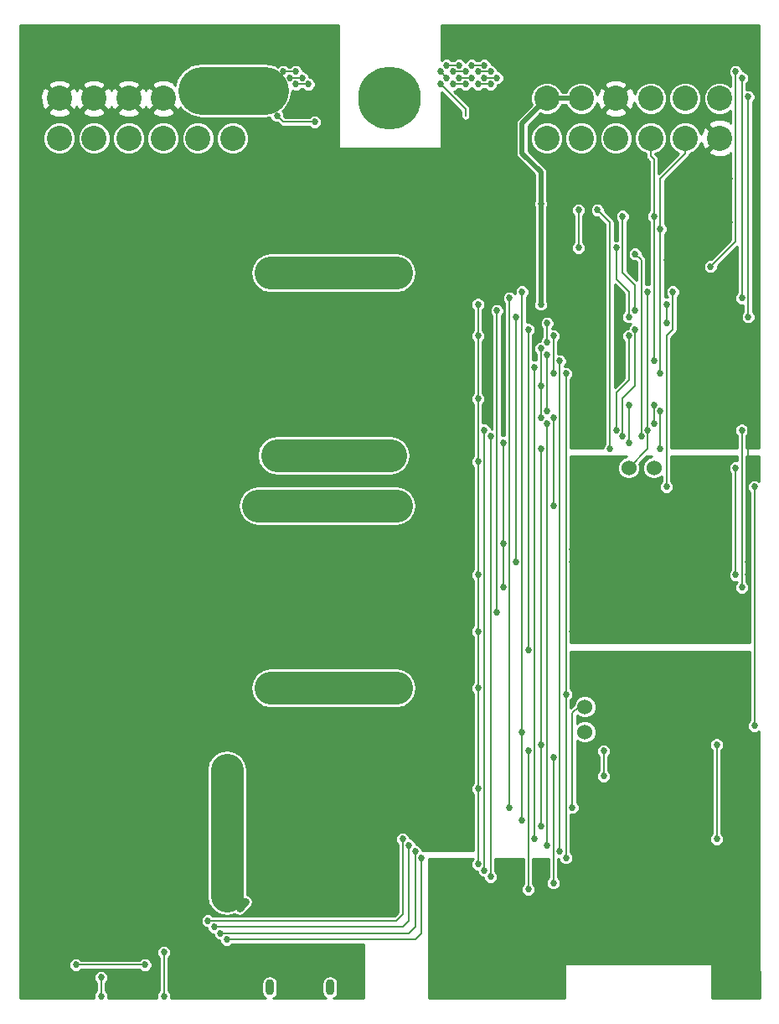
<source format=gbl>
G04 #@! TF.FileFunction,Copper,L2,Bot,Signal*
%FSLAX46Y46*%
G04 Gerber Fmt 4.6, Leading zero omitted, Abs format (unit mm)*
G04 Created by KiCad (PCBNEW 4.0.4+dfsg1-stable) date Sun Apr 30 12:20:09 2017*
%MOMM*%
%LPD*%
G01*
G04 APERTURE LIST*
%ADD10C,0.150000*%
%ADD11C,1.524000*%
%ADD12C,2.540000*%
%ADD13C,6.350000*%
%ADD14O,0.900000X1.600000*%
%ADD15C,0.685800*%
%ADD16C,0.203200*%
%ADD17C,0.508000*%
%ADD18C,4.826000*%
%ADD19C,3.302000*%
%ADD20C,0.762000*%
%ADD21C,0.254000*%
G04 APERTURE END LIST*
D10*
D11*
X97230000Y-99520000D03*
X97230000Y-102060000D03*
X104215000Y-75390000D03*
X101675000Y-75390000D03*
D12*
X61625000Y-42100000D03*
X58125000Y-42100000D03*
X54625000Y-42100000D03*
X51125000Y-42100000D03*
X47625000Y-42100000D03*
X44125000Y-42100000D03*
X61625000Y-38100000D03*
X58125000Y-38100000D03*
X54625000Y-38100000D03*
X51125000Y-38100000D03*
X47625000Y-38100000D03*
X44125000Y-38100000D03*
X110875000Y-42100000D03*
X107375000Y-42100000D03*
X103875000Y-42100000D03*
X100375000Y-42100000D03*
X96875000Y-42100000D03*
X93375000Y-42100000D03*
X110875000Y-38100000D03*
X107375000Y-38100000D03*
X103875000Y-38100000D03*
X100375000Y-38100000D03*
X96875000Y-38100000D03*
X93375000Y-38100000D03*
D13*
X77500000Y-38100000D03*
D14*
X71451000Y-127841000D03*
X65351000Y-127841000D03*
D15*
X83260000Y-34750000D03*
X84530000Y-34750000D03*
X85800000Y-34750000D03*
X87070000Y-34750000D03*
X87705000Y-35385000D03*
X86435000Y-35385000D03*
X85165000Y-35385000D03*
X83895000Y-35385000D03*
X82625000Y-35385000D03*
X83260000Y-36020000D03*
X84530000Y-36020000D03*
X85800000Y-36020000D03*
X87070000Y-36020000D03*
X88340000Y-36020000D03*
X87705000Y-36655000D03*
X86435000Y-36655000D03*
X85165000Y-36655000D03*
X83895000Y-36655000D03*
X82625000Y-36655000D03*
X92785000Y-111585000D03*
X92785000Y-103330000D03*
X110565000Y-103330000D03*
X110565000Y-112855000D03*
X92785000Y-73485000D03*
X86435000Y-115395000D03*
X86435000Y-74755000D03*
X54685000Y-124285000D03*
X54685000Y-128730000D03*
X48335000Y-128730000D03*
X48335000Y-126825000D03*
X86435000Y-62055000D03*
X86435000Y-68405000D03*
X86435000Y-97615000D03*
X86435000Y-91900000D03*
X86435000Y-86185000D03*
X86435000Y-107775000D03*
X86435000Y-58880000D03*
X105485000Y-58880000D03*
X105485000Y-60785000D03*
X92785000Y-58880000D03*
X92785000Y-48720000D03*
X64845000Y-38560000D03*
X65480000Y-39195000D03*
X65480000Y-37925000D03*
X65480000Y-36655000D03*
X65480000Y-35385000D03*
X66750000Y-35385000D03*
X68020000Y-35385000D03*
X67385000Y-36020000D03*
X68655000Y-36020000D03*
X69290000Y-36655000D03*
X68020000Y-36655000D03*
X66750000Y-36655000D03*
X66115000Y-36020000D03*
X66115000Y-37290000D03*
X66115000Y-38560000D03*
X66115000Y-39830000D03*
X64845000Y-37290000D03*
X64845000Y-36020000D03*
X69925000Y-40465000D03*
X102945000Y-72215000D03*
X102310000Y-53800000D03*
X113105000Y-71580000D03*
X113105000Y-87455000D03*
X103580000Y-71580000D03*
X103580000Y-57610000D03*
X45795000Y-125555000D03*
X52780000Y-125555000D03*
X79450000Y-113490000D03*
X59765000Y-121745000D03*
X93420000Y-113490000D03*
X104215000Y-69040000D03*
X104215000Y-70945000D03*
X93420000Y-70945000D03*
X80720000Y-114760000D03*
X61035000Y-123015000D03*
X95325000Y-98250000D03*
X95325000Y-65865000D03*
X95325000Y-114760000D03*
X59130000Y-121110000D03*
X78815000Y-112855000D03*
X92150000Y-112855000D03*
X92150000Y-65230000D03*
X60400000Y-107775000D03*
X60400000Y-106505000D03*
X60400000Y-105235000D03*
X61035000Y-105870000D03*
X61035000Y-107140000D03*
X61035000Y-108410000D03*
X61670000Y-119205000D03*
X62940000Y-119205000D03*
X62305000Y-119840000D03*
X61035000Y-119840000D03*
X61035000Y-118570000D03*
X62305000Y-118570000D03*
X60400000Y-119205000D03*
X60400000Y-109045000D03*
X80085000Y-114125000D03*
X60400000Y-122380000D03*
X94690000Y-114125000D03*
X94690000Y-64595000D03*
X94055000Y-70310000D03*
X94055000Y-79200000D03*
X92785000Y-67135000D03*
X92785000Y-70310000D03*
X92785000Y-63325000D03*
X93420000Y-69675000D03*
X93420000Y-63960000D03*
X93420000Y-62690000D03*
X93420000Y-60785000D03*
X67385000Y-74120000D03*
X66750000Y-74755000D03*
X66115000Y-74120000D03*
X65480000Y-73485000D03*
X64845000Y-74120000D03*
X65480000Y-74755000D03*
X78180000Y-74755000D03*
X77545000Y-74120000D03*
X77545000Y-72850000D03*
X76910000Y-73485000D03*
X76910000Y-74755000D03*
X77545000Y-75390000D03*
X78180000Y-73485000D03*
X66750000Y-73485000D03*
X65480000Y-55705000D03*
X66115000Y-55070000D03*
X67385000Y-55070000D03*
X66750000Y-54435000D03*
X65480000Y-54435000D03*
X64845000Y-55070000D03*
X78180000Y-54435000D03*
X77545000Y-55070000D03*
X77545000Y-56340000D03*
X78815000Y-56340000D03*
X78815000Y-55070000D03*
X78180000Y-55705000D03*
X66750000Y-55705000D03*
X94055000Y-62055000D03*
X94055000Y-65865000D03*
X88975000Y-87455000D03*
X88975000Y-72850000D03*
X88975000Y-83010000D03*
X101675000Y-72850000D03*
X101675000Y-69040000D03*
X91515000Y-93805000D03*
X91515000Y-61420000D03*
X90245000Y-60150000D03*
X90245000Y-84915000D03*
X66750000Y-97615000D03*
X65480000Y-97615000D03*
X64210000Y-97615000D03*
X64845000Y-98250000D03*
X66115000Y-98250000D03*
X67385000Y-98250000D03*
X78180000Y-98885000D03*
X78815000Y-98250000D03*
X78815000Y-96980000D03*
X78180000Y-96345000D03*
X77545000Y-96980000D03*
X77545000Y-98250000D03*
X78180000Y-97615000D03*
X68020000Y-97615000D03*
X65480000Y-79200000D03*
X64210000Y-79200000D03*
X62940000Y-79200000D03*
X63575000Y-78565000D03*
X64845000Y-78565000D03*
X66115000Y-78565000D03*
X67385000Y-78565000D03*
X78180000Y-80470000D03*
X78815000Y-79835000D03*
X78815000Y-78565000D03*
X78180000Y-77930000D03*
X77545000Y-78565000D03*
X77545000Y-79835000D03*
X78180000Y-79200000D03*
X66750000Y-79200000D03*
X88340000Y-89995000D03*
X88340000Y-59515000D03*
X104850000Y-51260000D03*
X104850000Y-65865000D03*
X104215000Y-49990000D03*
X104215000Y-64595000D03*
X106120000Y-57610000D03*
X105485000Y-77295000D03*
X114375000Y-101425000D03*
X114375000Y-77295000D03*
X99770000Y-73485000D03*
X98500000Y-49355000D03*
X104850000Y-69675000D03*
X104850000Y-73485000D03*
X96595000Y-49355000D03*
X96595000Y-53165000D03*
X100405000Y-53165000D03*
X101675000Y-60150000D03*
X101040000Y-49990000D03*
X102310000Y-59515000D03*
X71830000Y-119840000D03*
X73735000Y-124285000D03*
X41985000Y-127460000D03*
X42620000Y-120475000D03*
X113740000Y-86185000D03*
X95960000Y-83645000D03*
X96595000Y-91265000D03*
X96495000Y-88625000D03*
X85165000Y-94440000D03*
X87070000Y-54435000D03*
X85800000Y-51895000D03*
X85800000Y-53165000D03*
X85800000Y-54435000D03*
X85800000Y-55705000D03*
X85800000Y-56975000D03*
X86435000Y-57610000D03*
X87070000Y-56975000D03*
X86435000Y-56340000D03*
X87070000Y-55705000D03*
X86435000Y-55070000D03*
X86435000Y-53800000D03*
X86435000Y-52530000D03*
X87070000Y-51895000D03*
X87070000Y-53165000D03*
X85165000Y-101425000D03*
X84530000Y-102060000D03*
X84530000Y-103330000D03*
X84530000Y-104600000D03*
X85165000Y-103965000D03*
X85165000Y-102695000D03*
X83260000Y-103330000D03*
X83260000Y-104600000D03*
X83895000Y-105235000D03*
X83895000Y-103965000D03*
X83895000Y-102695000D03*
X64210000Y-104600000D03*
X64210000Y-103330000D03*
X64210000Y-102060000D03*
X64845000Y-102695000D03*
X64845000Y-103965000D03*
X65480000Y-104600000D03*
X65480000Y-103330000D03*
X65480000Y-102060000D03*
X66750000Y-102060000D03*
X66115000Y-102695000D03*
X66115000Y-103965000D03*
X66750000Y-103330000D03*
X67385000Y-102695000D03*
X67385000Y-103965000D03*
X85165000Y-76025000D03*
X97230000Y-74755000D03*
X113740000Y-84915000D03*
X113740000Y-67135000D03*
X106755000Y-69040000D03*
X95960000Y-84915000D03*
X95960000Y-91900000D03*
X45795000Y-98250000D03*
X47065000Y-98250000D03*
X48335000Y-98250000D03*
X49605000Y-98250000D03*
X50875000Y-98250000D03*
X52145000Y-98250000D03*
X52780000Y-98885000D03*
X51510000Y-98885000D03*
X52145000Y-99520000D03*
X50875000Y-99520000D03*
X50240000Y-98885000D03*
X48970000Y-98885000D03*
X49605000Y-99520000D03*
X48335000Y-99520000D03*
X47700000Y-98885000D03*
X46430000Y-98885000D03*
X45160000Y-98885000D03*
X45795000Y-99520000D03*
X47065000Y-99520000D03*
X58495000Y-122380000D03*
X83895000Y-88725000D03*
X82625000Y-81740000D03*
X83895000Y-81740000D03*
X85165000Y-79200000D03*
X106755000Y-76025000D03*
X94055000Y-128730000D03*
X94055000Y-127460000D03*
X111200000Y-128730000D03*
X111200000Y-127460000D03*
X97865000Y-105870000D03*
X113740000Y-62055000D03*
X83895000Y-64595000D03*
X83895000Y-67135000D03*
X113105000Y-120475000D03*
X113105000Y-118570000D03*
X96595000Y-80470000D03*
X64210000Y-46180000D03*
X64845000Y-46815000D03*
X64210000Y-47450000D03*
X64845000Y-48085000D03*
X64210000Y-48720000D03*
X64210000Y-49990000D03*
X64210000Y-51260000D03*
X64845000Y-51895000D03*
X66115000Y-51895000D03*
X65480000Y-51260000D03*
X64845000Y-50625000D03*
X64845000Y-49355000D03*
X66115000Y-49355000D03*
X65480000Y-49990000D03*
X65480000Y-48720000D03*
X65480000Y-47450000D03*
X65480000Y-46180000D03*
X66115000Y-50625000D03*
X105485000Y-54435000D03*
X111835000Y-46180000D03*
X111835000Y-50625000D03*
X110565000Y-46180000D03*
X49605000Y-123650000D03*
X52145000Y-123650000D03*
X101040000Y-58245000D03*
X79450000Y-51260000D03*
X48970000Y-102695000D03*
X48970000Y-103965000D03*
X48335000Y-103330000D03*
X47700000Y-102695000D03*
X47700000Y-103965000D03*
X47065000Y-103330000D03*
X46430000Y-102695000D03*
X46430000Y-103965000D03*
X55320000Y-102695000D03*
X55320000Y-103965000D03*
X55955000Y-103330000D03*
X56590000Y-102695000D03*
X56590000Y-103965000D03*
X57225000Y-103330000D03*
X57860000Y-102695000D03*
X57860000Y-103965000D03*
X58495000Y-72850000D03*
X57860000Y-72215000D03*
X57225000Y-71580000D03*
X58495000Y-71580000D03*
X57860000Y-70945000D03*
X57225000Y-70310000D03*
X58495000Y-70310000D03*
X57860000Y-69675000D03*
X57225000Y-69040000D03*
X58495000Y-69040000D03*
X57860000Y-68405000D03*
X57225000Y-67770000D03*
X58495000Y-67770000D03*
X57860000Y-67135000D03*
X57225000Y-66500000D03*
X58495000Y-66500000D03*
X57860000Y-65865000D03*
X57225000Y-65230000D03*
X58495000Y-65230000D03*
X57860000Y-64595000D03*
X57225000Y-63960000D03*
X58495000Y-63960000D03*
X57860000Y-63325000D03*
X57225000Y-62690000D03*
X58495000Y-62690000D03*
X57860000Y-62055000D03*
X57225000Y-61420000D03*
X58495000Y-61420000D03*
X57860000Y-60785000D03*
X57225000Y-60150000D03*
X58495000Y-60150000D03*
X57860000Y-59515000D03*
X57225000Y-58880000D03*
X58495000Y-58880000D03*
X57860000Y-58245000D03*
X57225000Y-57610000D03*
X58495000Y-57610000D03*
X57860000Y-56975000D03*
X57225000Y-56340000D03*
X58495000Y-56340000D03*
X57860000Y-55705000D03*
X61670000Y-61420000D03*
X62940000Y-61420000D03*
X62305000Y-60785000D03*
X62940000Y-60150000D03*
X61670000Y-60150000D03*
X62305000Y-59515000D03*
X61670000Y-58880000D03*
X62940000Y-58880000D03*
X61670000Y-70310000D03*
X62940000Y-70310000D03*
X62305000Y-69675000D03*
X62940000Y-69040000D03*
X61670000Y-69040000D03*
X62305000Y-68405000D03*
X62940000Y-67770000D03*
X61670000Y-67770000D03*
X57860000Y-89995000D03*
X57860000Y-86185000D03*
X58495000Y-86820000D03*
X57860000Y-87455000D03*
X58495000Y-88090000D03*
X57860000Y-88725000D03*
X58495000Y-89360000D03*
X58495000Y-93170000D03*
X58495000Y-91900000D03*
X58495000Y-90630000D03*
X57860000Y-91265000D03*
X57860000Y-92535000D03*
X61670000Y-91900000D03*
X62305000Y-92535000D03*
X61670000Y-93170000D03*
X62305000Y-93805000D03*
X61670000Y-94440000D03*
X62940000Y-94440000D03*
X62940000Y-93170000D03*
X62940000Y-91900000D03*
X58495000Y-83010000D03*
X58495000Y-84280000D03*
X58495000Y-85550000D03*
X57860000Y-84915000D03*
X57860000Y-83645000D03*
X57860000Y-82375000D03*
X61670000Y-83645000D03*
X62305000Y-84280000D03*
X61670000Y-84915000D03*
X62305000Y-85550000D03*
X62940000Y-84915000D03*
X62940000Y-83645000D03*
X62305000Y-83010000D03*
X87705000Y-116665000D03*
X101040000Y-72215000D03*
X102310000Y-61420000D03*
X87705000Y-72215000D03*
X87070000Y-116030000D03*
X101675000Y-62055000D03*
X87070000Y-71580000D03*
X100405000Y-71580000D03*
X89610000Y-58245000D03*
X89610000Y-109680000D03*
X90880000Y-110950000D03*
X90880000Y-57610000D03*
X90880000Y-102060000D03*
X94055000Y-104600000D03*
X94055000Y-117300000D03*
X99135000Y-106505000D03*
X99135000Y-103965000D03*
X91515000Y-117935000D03*
X91515000Y-103965000D03*
X95960000Y-109680000D03*
X112470000Y-86185000D03*
X112470000Y-75390000D03*
X113740000Y-37925000D03*
X113740000Y-60150000D03*
X113105000Y-36020000D03*
X113105000Y-58245000D03*
X109930000Y-55070000D03*
X112470000Y-35385000D03*
D16*
X85165000Y-39830000D02*
X85165000Y-39195000D01*
X84530000Y-34750000D02*
X83260000Y-34750000D01*
X87070000Y-34750000D02*
X85800000Y-34750000D01*
X86435000Y-35385000D02*
X87705000Y-35385000D01*
X83895000Y-35385000D02*
X85165000Y-35385000D01*
X83260000Y-36020000D02*
X82625000Y-35385000D01*
X85800000Y-36020000D02*
X84530000Y-36020000D01*
X88340000Y-36020000D02*
X87070000Y-36020000D01*
X86435000Y-36655000D02*
X87705000Y-36655000D01*
X83895000Y-36655000D02*
X85165000Y-36655000D01*
X85165000Y-39195000D02*
X82625000Y-36655000D01*
X92785000Y-111585000D02*
X92785000Y-103330000D01*
X110565000Y-103330000D02*
X110565000Y-112855000D01*
X92785000Y-73485000D02*
X92785000Y-103330000D01*
X86435000Y-107775000D02*
X86435000Y-115395000D01*
D17*
X93375000Y-38100000D02*
X96875000Y-38100000D01*
X90880000Y-43640000D02*
X90880000Y-40595000D01*
X92785000Y-45545000D02*
X90880000Y-43640000D01*
X92785000Y-48720000D02*
X92785000Y-45545000D01*
X90880000Y-40595000D02*
X93375000Y-38100000D01*
D16*
X54685000Y-124285000D02*
X54685000Y-128730000D01*
X48335000Y-128730000D02*
X48335000Y-126825000D01*
X86435000Y-107775000D02*
X86435000Y-97615000D01*
X86435000Y-97615000D02*
X86435000Y-91900000D01*
X86435000Y-91900000D02*
X86435000Y-86185000D01*
X86435000Y-86185000D02*
X86435000Y-74755000D01*
X86435000Y-74755000D02*
X86435000Y-68405000D01*
X86435000Y-68405000D02*
X86435000Y-62055000D01*
X86435000Y-62055000D02*
X86435000Y-58880000D01*
X105485000Y-58880000D02*
X105485000Y-60785000D01*
D17*
X92785000Y-48720000D02*
X92785000Y-58880000D01*
D16*
X69925000Y-40465000D02*
X66750000Y-40465000D01*
X64845000Y-38560000D02*
X64845000Y-37290000D01*
X65480000Y-37925000D02*
X65480000Y-39195000D01*
X65480000Y-35385000D02*
X65480000Y-36655000D01*
X68020000Y-35385000D02*
X66750000Y-35385000D01*
X68655000Y-36020000D02*
X67385000Y-36020000D01*
X68020000Y-36655000D02*
X69290000Y-36655000D01*
X66115000Y-36020000D02*
X66750000Y-36655000D01*
X66115000Y-38560000D02*
X66115000Y-37290000D01*
X66750000Y-40465000D02*
X66115000Y-39830000D01*
X64845000Y-36020000D02*
X64845000Y-37290000D01*
D18*
X64845000Y-37290000D02*
X58495000Y-37290000D01*
D16*
X102310000Y-53800000D02*
X102945000Y-54435000D01*
X102945000Y-72215000D02*
X102945000Y-54435000D01*
X113105000Y-87455000D02*
X113105000Y-71580000D01*
X103580000Y-71580000D02*
X103580000Y-73485000D01*
X103580000Y-73485000D02*
X101675000Y-75390000D01*
X103580000Y-71580000D02*
X103580000Y-57610000D01*
X52780000Y-125555000D02*
X45795000Y-125555000D01*
X79450000Y-121110000D02*
X79450000Y-113490000D01*
X78815000Y-121745000D02*
X79450000Y-121110000D01*
X59765000Y-121745000D02*
X78815000Y-121745000D01*
X104215000Y-70945000D02*
X104215000Y-69040000D01*
X93420000Y-113490000D02*
X93420000Y-70945000D01*
X80720000Y-122380000D02*
X80720000Y-114760000D01*
X80085000Y-123015000D02*
X80720000Y-122380000D01*
X61035000Y-123015000D02*
X80085000Y-123015000D01*
X95325000Y-65865000D02*
X95325000Y-98250000D01*
X95325000Y-98250000D02*
X95325000Y-114760000D01*
X59130000Y-121110000D02*
X78180000Y-121110000D01*
X78180000Y-121110000D02*
X78815000Y-120475000D01*
X78815000Y-120475000D02*
X78815000Y-112855000D01*
X92150000Y-112855000D02*
X92150000Y-65230000D01*
D19*
X61035000Y-118570000D02*
X61035000Y-105870000D01*
D20*
X60400000Y-107775000D02*
X60400000Y-106505000D01*
X60400000Y-105235000D02*
X61035000Y-105870000D01*
X61035000Y-107140000D02*
X61035000Y-108410000D01*
X60400000Y-119205000D02*
X61670000Y-119205000D01*
X62940000Y-119205000D02*
X62305000Y-119840000D01*
X61035000Y-119840000D02*
X61035000Y-118570000D01*
X60400000Y-119205000D02*
X60400000Y-109045000D01*
D16*
X80085000Y-121745000D02*
X80085000Y-114125000D01*
X79450000Y-122380000D02*
X80085000Y-121745000D01*
X60400000Y-122380000D02*
X79450000Y-122380000D01*
X94690000Y-114125000D02*
X94690000Y-64595000D01*
X94055000Y-79200000D02*
X94055000Y-70310000D01*
X92785000Y-70310000D02*
X92785000Y-67135000D01*
X92785000Y-67135000D02*
X92785000Y-63325000D01*
X93420000Y-69675000D02*
X93420000Y-63960000D01*
X93420000Y-60785000D02*
X93420000Y-62690000D01*
D19*
X77545000Y-74120000D02*
X66115000Y-74120000D01*
D20*
X67385000Y-74120000D02*
X66750000Y-74755000D01*
X66115000Y-74120000D02*
X65480000Y-73485000D01*
X64845000Y-74120000D02*
X65480000Y-74755000D01*
X78180000Y-74755000D02*
X77545000Y-74120000D01*
X77545000Y-72850000D02*
X76910000Y-73485000D01*
X76910000Y-74755000D02*
X77545000Y-75390000D01*
X78180000Y-73485000D02*
X66750000Y-73485000D01*
D19*
X78180000Y-55705000D02*
X65480000Y-55705000D01*
D20*
X66750000Y-55705000D02*
X65480000Y-55705000D01*
X66115000Y-55070000D02*
X67385000Y-55070000D01*
X66750000Y-54435000D02*
X65480000Y-54435000D01*
X78180000Y-54435000D02*
X77545000Y-55070000D01*
X77545000Y-56340000D02*
X78815000Y-56340000D01*
X78180000Y-55705000D02*
X66750000Y-55705000D01*
D16*
X94055000Y-65865000D02*
X94055000Y-62055000D01*
X88975000Y-83010000D02*
X88975000Y-87455000D01*
X88975000Y-83010000D02*
X88975000Y-72850000D01*
X101675000Y-72850000D02*
X101675000Y-69040000D01*
X91515000Y-61420000D02*
X91515000Y-93805000D01*
X90245000Y-84915000D02*
X90245000Y-60150000D01*
D19*
X78180000Y-97615000D02*
X65480000Y-97615000D01*
D20*
X68020000Y-97615000D02*
X66750000Y-97615000D01*
X65480000Y-97615000D02*
X64210000Y-97615000D01*
X64845000Y-98250000D02*
X66115000Y-98250000D01*
X78180000Y-98885000D02*
X78815000Y-98250000D01*
X78815000Y-96980000D02*
X78180000Y-96345000D01*
X77545000Y-96980000D02*
X77545000Y-98250000D01*
X78180000Y-97615000D02*
X68020000Y-97615000D01*
D19*
X78180000Y-79200000D02*
X64210000Y-79200000D01*
D20*
X66750000Y-79200000D02*
X65480000Y-79200000D01*
X64210000Y-79200000D02*
X62940000Y-79200000D01*
X63575000Y-78565000D02*
X64845000Y-78565000D01*
X66115000Y-78565000D02*
X67385000Y-78565000D01*
X78180000Y-79200000D02*
X78180000Y-80470000D01*
X78815000Y-79835000D02*
X78815000Y-78565000D01*
X78180000Y-77930000D02*
X77545000Y-78565000D01*
X78180000Y-79200000D02*
X66750000Y-79200000D01*
D16*
X88340000Y-59515000D02*
X88340000Y-89995000D01*
X107375000Y-43655000D02*
X104850000Y-46180000D01*
X104850000Y-46180000D02*
X104850000Y-51260000D01*
X104850000Y-51260000D02*
X104850000Y-65865000D01*
X107375000Y-43655000D02*
X107375000Y-42100000D01*
X103875000Y-42100000D02*
X103875000Y-43935000D01*
X104215000Y-44275000D02*
X104215000Y-49990000D01*
X104215000Y-49990000D02*
X104215000Y-64595000D01*
X103875000Y-43935000D02*
X104215000Y-44275000D01*
X106120000Y-57610000D02*
X106120000Y-61420000D01*
X106120000Y-61420000D02*
X105485000Y-62055000D01*
X105485000Y-62055000D02*
X105485000Y-77295000D01*
X114375000Y-77295000D02*
X114375000Y-101425000D01*
X98500000Y-49355000D02*
X99770000Y-50625000D01*
X99770000Y-50625000D02*
X99770000Y-73485000D01*
X104850000Y-73485000D02*
X104850000Y-69675000D01*
X96595000Y-53165000D02*
X96595000Y-49355000D01*
X100405000Y-56340000D02*
X100405000Y-53165000D01*
X101675000Y-57610000D02*
X100405000Y-56340000D01*
X101675000Y-60150000D02*
X101675000Y-57610000D01*
X101040000Y-55705000D02*
X101040000Y-49990000D01*
X102310000Y-56975000D02*
X101040000Y-55705000D01*
X102310000Y-59515000D02*
X102310000Y-56975000D01*
X96495000Y-88625000D02*
X96595000Y-88725000D01*
X87070000Y-54435000D02*
X87070000Y-53165000D01*
X85800000Y-54435000D02*
X85800000Y-53165000D01*
X85800000Y-56975000D02*
X85800000Y-55705000D01*
X87070000Y-56975000D02*
X86435000Y-57610000D01*
X87070000Y-55705000D02*
X86435000Y-56340000D01*
X86435000Y-53800000D02*
X86435000Y-55070000D01*
X87070000Y-51895000D02*
X86435000Y-52530000D01*
X84530000Y-102060000D02*
X85165000Y-101425000D01*
X84530000Y-104600000D02*
X84530000Y-103330000D01*
X85165000Y-102695000D02*
X85165000Y-103965000D01*
X83895000Y-105235000D02*
X83260000Y-104600000D01*
X83895000Y-102695000D02*
X83895000Y-103965000D01*
X64210000Y-103330000D02*
X64210000Y-104600000D01*
X64845000Y-102695000D02*
X64210000Y-102060000D01*
X65480000Y-104600000D02*
X64845000Y-103965000D01*
X65480000Y-102060000D02*
X65480000Y-103330000D01*
X66115000Y-102695000D02*
X66750000Y-102060000D01*
X66750000Y-103330000D02*
X66115000Y-103965000D01*
X67385000Y-103965000D02*
X67385000Y-102695000D01*
X113740000Y-67135000D02*
X113740000Y-84915000D01*
X48335000Y-98250000D02*
X47065000Y-98250000D01*
X50875000Y-98250000D02*
X49605000Y-98250000D01*
X52780000Y-98885000D02*
X52145000Y-98250000D01*
X52145000Y-99520000D02*
X51510000Y-98885000D01*
X50240000Y-98885000D02*
X50875000Y-99520000D01*
X49605000Y-99520000D02*
X48970000Y-98885000D01*
X47700000Y-98885000D02*
X48335000Y-99520000D01*
X45160000Y-98885000D02*
X46430000Y-98885000D01*
X47065000Y-99520000D02*
X45795000Y-99520000D01*
X64210000Y-47450000D02*
X64845000Y-46815000D01*
X64210000Y-48720000D02*
X64845000Y-48085000D01*
X64210000Y-51260000D02*
X64210000Y-49990000D01*
X66115000Y-51895000D02*
X64845000Y-51895000D01*
X64845000Y-50625000D02*
X65480000Y-51260000D01*
X66115000Y-49355000D02*
X64845000Y-49355000D01*
X65480000Y-48720000D02*
X65480000Y-49990000D01*
X65480000Y-46180000D02*
X65480000Y-47450000D01*
X48970000Y-102695000D02*
X48970000Y-103965000D01*
X48335000Y-103330000D02*
X47700000Y-102695000D01*
X47700000Y-103965000D02*
X47065000Y-103330000D01*
X46430000Y-102695000D02*
X46430000Y-103965000D01*
X55320000Y-102695000D02*
X55320000Y-103965000D01*
X55955000Y-103330000D02*
X56590000Y-102695000D01*
X56590000Y-103965000D02*
X57225000Y-103330000D01*
X57860000Y-102695000D02*
X57860000Y-103965000D01*
X58495000Y-72850000D02*
X57860000Y-72215000D01*
X57225000Y-71580000D02*
X58495000Y-71580000D01*
X57860000Y-70945000D02*
X57225000Y-70310000D01*
X58495000Y-70310000D02*
X57860000Y-69675000D01*
X57225000Y-69040000D02*
X58495000Y-69040000D01*
X57860000Y-68405000D02*
X57225000Y-67770000D01*
X58495000Y-67770000D02*
X57860000Y-67135000D01*
X57225000Y-66500000D02*
X58495000Y-66500000D01*
X57860000Y-65865000D02*
X57225000Y-65230000D01*
X58495000Y-65230000D02*
X57860000Y-64595000D01*
X57225000Y-63960000D02*
X58495000Y-63960000D01*
X57860000Y-63325000D02*
X57225000Y-62690000D01*
X58495000Y-62690000D02*
X57860000Y-62055000D01*
X57225000Y-61420000D02*
X58495000Y-61420000D01*
X57860000Y-60785000D02*
X57225000Y-60150000D01*
X58495000Y-60150000D02*
X57860000Y-59515000D01*
X57225000Y-58880000D02*
X58495000Y-58880000D01*
X57860000Y-58245000D02*
X57225000Y-57610000D01*
X58495000Y-57610000D02*
X57860000Y-56975000D01*
X57225000Y-56340000D02*
X58495000Y-56340000D01*
X61670000Y-61420000D02*
X62940000Y-61420000D01*
X62305000Y-60785000D02*
X62940000Y-60150000D01*
X61670000Y-60150000D02*
X62305000Y-59515000D01*
X61670000Y-58880000D02*
X62940000Y-58880000D01*
X61670000Y-70310000D02*
X62940000Y-70310000D01*
X62305000Y-69675000D02*
X62940000Y-69040000D01*
X61670000Y-69040000D02*
X62305000Y-68405000D01*
X62940000Y-67770000D02*
X61670000Y-67770000D01*
X58495000Y-85550000D02*
X57860000Y-86185000D01*
X58495000Y-86820000D02*
X57860000Y-87455000D01*
X58495000Y-88090000D02*
X57860000Y-88725000D01*
X58495000Y-89360000D02*
X57860000Y-89995000D01*
X58495000Y-93170000D02*
X58495000Y-91900000D01*
X58495000Y-90630000D02*
X57860000Y-91265000D01*
X61670000Y-91900000D02*
X62305000Y-92535000D01*
X61670000Y-93170000D02*
X62305000Y-93805000D01*
X61670000Y-94440000D02*
X62940000Y-94440000D01*
X62940000Y-93170000D02*
X62940000Y-91900000D01*
X58495000Y-83010000D02*
X58495000Y-84280000D01*
X58495000Y-85550000D02*
X57860000Y-84915000D01*
X57860000Y-83645000D02*
X57860000Y-82375000D01*
X61670000Y-83645000D02*
X62305000Y-84280000D01*
X61670000Y-84915000D02*
X62305000Y-85550000D01*
X62940000Y-84915000D02*
X62940000Y-83645000D01*
X102310000Y-67135000D02*
X101040000Y-68405000D01*
X101040000Y-68405000D02*
X101040000Y-72215000D01*
X102310000Y-61420000D02*
X102310000Y-67135000D01*
X87705000Y-72215000D02*
X87705000Y-116665000D01*
X101675000Y-62055000D02*
X101675000Y-66500000D01*
X87070000Y-71580000D02*
X87070000Y-116030000D01*
X100405000Y-67770000D02*
X100405000Y-71580000D01*
X101675000Y-66500000D02*
X100405000Y-67770000D01*
X89610000Y-58245000D02*
X89610000Y-109680000D01*
X90880000Y-110950000D02*
X90880000Y-102060000D01*
X90880000Y-102060000D02*
X90880000Y-57610000D01*
X94055000Y-117300000D02*
X94055000Y-104600000D01*
X99135000Y-103965000D02*
X99135000Y-106505000D01*
X91515000Y-103965000D02*
X91515000Y-117935000D01*
X95960000Y-100155000D02*
X96595000Y-99520000D01*
X95960000Y-109680000D02*
X95960000Y-100155000D01*
X96595000Y-99520000D02*
X97230000Y-99520000D01*
X112470000Y-75390000D02*
X112470000Y-86185000D01*
X113740000Y-60150000D02*
X113740000Y-37925000D01*
X113105000Y-58245000D02*
X113105000Y-36020000D01*
X112470000Y-35385000D02*
X112470000Y-52530000D01*
X109930000Y-55070000D02*
X112470000Y-52530000D01*
D21*
G36*
X113892400Y-100883901D02*
X113761665Y-101014408D01*
X113651226Y-101280376D01*
X113650975Y-101568361D01*
X113760950Y-101834521D01*
X113964408Y-102038335D01*
X114230376Y-102148774D01*
X114518361Y-102149025D01*
X114784521Y-102039050D01*
X114873000Y-101950726D01*
X114873000Y-126190000D01*
X114883000Y-126239380D01*
X114883000Y-128934000D01*
X110057000Y-128934000D01*
X110057000Y-125555000D01*
X110046994Y-125505590D01*
X110018553Y-125463965D01*
X109976159Y-125436685D01*
X109930000Y-125428000D01*
X95325000Y-125428000D01*
X95275590Y-125438006D01*
X95233965Y-125466447D01*
X95206685Y-125508841D01*
X95198000Y-125555000D01*
X95198000Y-128934000D01*
X81482000Y-128934000D01*
X81482000Y-114887000D01*
X85919243Y-114887000D01*
X85821665Y-114984408D01*
X85711226Y-115250376D01*
X85710975Y-115538361D01*
X85820950Y-115804521D01*
X86024408Y-116008335D01*
X86290376Y-116118774D01*
X86346023Y-116118823D01*
X86345975Y-116173361D01*
X86455950Y-116439521D01*
X86659408Y-116643335D01*
X86925376Y-116753774D01*
X86981023Y-116753823D01*
X86980975Y-116808361D01*
X87090950Y-117074521D01*
X87294408Y-117278335D01*
X87560376Y-117388774D01*
X87848361Y-117389025D01*
X88114521Y-117279050D01*
X88318335Y-117075592D01*
X88428774Y-116809624D01*
X88429025Y-116521639D01*
X88319050Y-116255479D01*
X88187600Y-116123799D01*
X88187600Y-114887000D01*
X91032400Y-114887000D01*
X91032400Y-117393901D01*
X90901665Y-117524408D01*
X90791226Y-117790376D01*
X90790975Y-118078361D01*
X90900950Y-118344521D01*
X91104408Y-118548335D01*
X91370376Y-118658774D01*
X91658361Y-118659025D01*
X91924521Y-118549050D01*
X92128335Y-118345592D01*
X92238774Y-118079624D01*
X92239025Y-117791639D01*
X92129050Y-117525479D01*
X91997600Y-117393799D01*
X91997600Y-114887000D01*
X93572400Y-114887000D01*
X93572400Y-116758901D01*
X93441665Y-116889408D01*
X93331226Y-117155376D01*
X93330975Y-117443361D01*
X93440950Y-117709521D01*
X93644408Y-117913335D01*
X93910376Y-118023774D01*
X94198361Y-118024025D01*
X94464521Y-117914050D01*
X94668335Y-117710592D01*
X94778774Y-117444624D01*
X94779025Y-117156639D01*
X94669050Y-116890479D01*
X94537600Y-116758799D01*
X94537600Y-114845545D01*
X94545376Y-114848774D01*
X94601023Y-114848823D01*
X94600975Y-114903361D01*
X94710950Y-115169521D01*
X94914408Y-115373335D01*
X95180376Y-115483774D01*
X95468361Y-115484025D01*
X95734521Y-115374050D01*
X95938335Y-115170592D01*
X96048774Y-114904624D01*
X96049025Y-114616639D01*
X95939050Y-114350479D01*
X95807600Y-114218799D01*
X95807600Y-110400545D01*
X95815376Y-110403774D01*
X96103361Y-110404025D01*
X96369521Y-110294050D01*
X96573335Y-110090592D01*
X96683774Y-109824624D01*
X96684025Y-109536639D01*
X96574050Y-109270479D01*
X96442600Y-109138799D01*
X96442600Y-104108361D01*
X98410975Y-104108361D01*
X98520950Y-104374521D01*
X98652400Y-104506201D01*
X98652400Y-105963901D01*
X98521665Y-106094408D01*
X98411226Y-106360376D01*
X98410975Y-106648361D01*
X98520950Y-106914521D01*
X98724408Y-107118335D01*
X98990376Y-107228774D01*
X99278361Y-107229025D01*
X99544521Y-107119050D01*
X99748335Y-106915592D01*
X99858774Y-106649624D01*
X99859025Y-106361639D01*
X99749050Y-106095479D01*
X99617600Y-105963799D01*
X99617600Y-104506099D01*
X99748335Y-104375592D01*
X99858774Y-104109624D01*
X99859025Y-103821639D01*
X99749050Y-103555479D01*
X99667076Y-103473361D01*
X109840975Y-103473361D01*
X109950950Y-103739521D01*
X110082400Y-103871201D01*
X110082400Y-112313901D01*
X109951665Y-112444408D01*
X109841226Y-112710376D01*
X109840975Y-112998361D01*
X109950950Y-113264521D01*
X110154408Y-113468335D01*
X110420376Y-113578774D01*
X110708361Y-113579025D01*
X110974521Y-113469050D01*
X111178335Y-113265592D01*
X111288774Y-112999624D01*
X111289025Y-112711639D01*
X111179050Y-112445479D01*
X111047600Y-112313799D01*
X111047600Y-103871099D01*
X111178335Y-103740592D01*
X111288774Y-103474624D01*
X111289025Y-103186639D01*
X111179050Y-102920479D01*
X110975592Y-102716665D01*
X110709624Y-102606226D01*
X110421639Y-102605975D01*
X110155479Y-102715950D01*
X109951665Y-102919408D01*
X109841226Y-103185376D01*
X109840975Y-103473361D01*
X99667076Y-103473361D01*
X99545592Y-103351665D01*
X99279624Y-103241226D01*
X98991639Y-103240975D01*
X98725479Y-103350950D01*
X98521665Y-103554408D01*
X98411226Y-103820376D01*
X98410975Y-104108361D01*
X96442600Y-104108361D01*
X96442600Y-102889084D01*
X96581697Y-103028423D01*
X97001646Y-103202801D01*
X97456359Y-103203198D01*
X97876612Y-103029554D01*
X98198423Y-102708303D01*
X98372801Y-102288354D01*
X98373198Y-101833641D01*
X98199554Y-101413388D01*
X97878303Y-101091577D01*
X97458354Y-100917199D01*
X97003641Y-100916802D01*
X96583388Y-101090446D01*
X96442600Y-101230989D01*
X96442600Y-100354900D01*
X96445506Y-100351994D01*
X96581697Y-100488423D01*
X97001646Y-100662801D01*
X97456359Y-100663198D01*
X97876612Y-100489554D01*
X98198423Y-100168303D01*
X98372801Y-99748354D01*
X98373198Y-99293641D01*
X98199554Y-98873388D01*
X97878303Y-98551577D01*
X97458354Y-98377199D01*
X97003641Y-98376802D01*
X96583388Y-98550446D01*
X96261577Y-98871697D01*
X96087199Y-99291646D01*
X96087152Y-99345349D01*
X95807600Y-99624900D01*
X95807600Y-98791099D01*
X95938335Y-98660592D01*
X96048774Y-98394624D01*
X96049025Y-98106639D01*
X95939050Y-97840479D01*
X95807600Y-97708799D01*
X95807600Y-93932000D01*
X113892400Y-93932000D01*
X113892400Y-100883901D01*
X113892400Y-100883901D01*
G37*
X113892400Y-100883901D02*
X113761665Y-101014408D01*
X113651226Y-101280376D01*
X113650975Y-101568361D01*
X113760950Y-101834521D01*
X113964408Y-102038335D01*
X114230376Y-102148774D01*
X114518361Y-102149025D01*
X114784521Y-102039050D01*
X114873000Y-101950726D01*
X114873000Y-126190000D01*
X114883000Y-126239380D01*
X114883000Y-128934000D01*
X110057000Y-128934000D01*
X110057000Y-125555000D01*
X110046994Y-125505590D01*
X110018553Y-125463965D01*
X109976159Y-125436685D01*
X109930000Y-125428000D01*
X95325000Y-125428000D01*
X95275590Y-125438006D01*
X95233965Y-125466447D01*
X95206685Y-125508841D01*
X95198000Y-125555000D01*
X95198000Y-128934000D01*
X81482000Y-128934000D01*
X81482000Y-114887000D01*
X85919243Y-114887000D01*
X85821665Y-114984408D01*
X85711226Y-115250376D01*
X85710975Y-115538361D01*
X85820950Y-115804521D01*
X86024408Y-116008335D01*
X86290376Y-116118774D01*
X86346023Y-116118823D01*
X86345975Y-116173361D01*
X86455950Y-116439521D01*
X86659408Y-116643335D01*
X86925376Y-116753774D01*
X86981023Y-116753823D01*
X86980975Y-116808361D01*
X87090950Y-117074521D01*
X87294408Y-117278335D01*
X87560376Y-117388774D01*
X87848361Y-117389025D01*
X88114521Y-117279050D01*
X88318335Y-117075592D01*
X88428774Y-116809624D01*
X88429025Y-116521639D01*
X88319050Y-116255479D01*
X88187600Y-116123799D01*
X88187600Y-114887000D01*
X91032400Y-114887000D01*
X91032400Y-117393901D01*
X90901665Y-117524408D01*
X90791226Y-117790376D01*
X90790975Y-118078361D01*
X90900950Y-118344521D01*
X91104408Y-118548335D01*
X91370376Y-118658774D01*
X91658361Y-118659025D01*
X91924521Y-118549050D01*
X92128335Y-118345592D01*
X92238774Y-118079624D01*
X92239025Y-117791639D01*
X92129050Y-117525479D01*
X91997600Y-117393799D01*
X91997600Y-114887000D01*
X93572400Y-114887000D01*
X93572400Y-116758901D01*
X93441665Y-116889408D01*
X93331226Y-117155376D01*
X93330975Y-117443361D01*
X93440950Y-117709521D01*
X93644408Y-117913335D01*
X93910376Y-118023774D01*
X94198361Y-118024025D01*
X94464521Y-117914050D01*
X94668335Y-117710592D01*
X94778774Y-117444624D01*
X94779025Y-117156639D01*
X94669050Y-116890479D01*
X94537600Y-116758799D01*
X94537600Y-114845545D01*
X94545376Y-114848774D01*
X94601023Y-114848823D01*
X94600975Y-114903361D01*
X94710950Y-115169521D01*
X94914408Y-115373335D01*
X95180376Y-115483774D01*
X95468361Y-115484025D01*
X95734521Y-115374050D01*
X95938335Y-115170592D01*
X96048774Y-114904624D01*
X96049025Y-114616639D01*
X95939050Y-114350479D01*
X95807600Y-114218799D01*
X95807600Y-110400545D01*
X95815376Y-110403774D01*
X96103361Y-110404025D01*
X96369521Y-110294050D01*
X96573335Y-110090592D01*
X96683774Y-109824624D01*
X96684025Y-109536639D01*
X96574050Y-109270479D01*
X96442600Y-109138799D01*
X96442600Y-104108361D01*
X98410975Y-104108361D01*
X98520950Y-104374521D01*
X98652400Y-104506201D01*
X98652400Y-105963901D01*
X98521665Y-106094408D01*
X98411226Y-106360376D01*
X98410975Y-106648361D01*
X98520950Y-106914521D01*
X98724408Y-107118335D01*
X98990376Y-107228774D01*
X99278361Y-107229025D01*
X99544521Y-107119050D01*
X99748335Y-106915592D01*
X99858774Y-106649624D01*
X99859025Y-106361639D01*
X99749050Y-106095479D01*
X99617600Y-105963799D01*
X99617600Y-104506099D01*
X99748335Y-104375592D01*
X99858774Y-104109624D01*
X99859025Y-103821639D01*
X99749050Y-103555479D01*
X99667076Y-103473361D01*
X109840975Y-103473361D01*
X109950950Y-103739521D01*
X110082400Y-103871201D01*
X110082400Y-112313901D01*
X109951665Y-112444408D01*
X109841226Y-112710376D01*
X109840975Y-112998361D01*
X109950950Y-113264521D01*
X110154408Y-113468335D01*
X110420376Y-113578774D01*
X110708361Y-113579025D01*
X110974521Y-113469050D01*
X111178335Y-113265592D01*
X111288774Y-112999624D01*
X111289025Y-112711639D01*
X111179050Y-112445479D01*
X111047600Y-112313799D01*
X111047600Y-103871099D01*
X111178335Y-103740592D01*
X111288774Y-103474624D01*
X111289025Y-103186639D01*
X111179050Y-102920479D01*
X110975592Y-102716665D01*
X110709624Y-102606226D01*
X110421639Y-102605975D01*
X110155479Y-102715950D01*
X109951665Y-102919408D01*
X109841226Y-103185376D01*
X109840975Y-103473361D01*
X99667076Y-103473361D01*
X99545592Y-103351665D01*
X99279624Y-103241226D01*
X98991639Y-103240975D01*
X98725479Y-103350950D01*
X98521665Y-103554408D01*
X98411226Y-103820376D01*
X98410975Y-104108361D01*
X96442600Y-104108361D01*
X96442600Y-102889084D01*
X96581697Y-103028423D01*
X97001646Y-103202801D01*
X97456359Y-103203198D01*
X97876612Y-103029554D01*
X98198423Y-102708303D01*
X98372801Y-102288354D01*
X98373198Y-101833641D01*
X98199554Y-101413388D01*
X97878303Y-101091577D01*
X97458354Y-100917199D01*
X97003641Y-100916802D01*
X96583388Y-101090446D01*
X96442600Y-101230989D01*
X96442600Y-100354900D01*
X96445506Y-100351994D01*
X96581697Y-100488423D01*
X97001646Y-100662801D01*
X97456359Y-100663198D01*
X97876612Y-100489554D01*
X98198423Y-100168303D01*
X98372801Y-99748354D01*
X98373198Y-99293641D01*
X98199554Y-98873388D01*
X97878303Y-98551577D01*
X97458354Y-98377199D01*
X97003641Y-98376802D01*
X96583388Y-98550446D01*
X96261577Y-98871697D01*
X96087199Y-99291646D01*
X96087152Y-99345349D01*
X95807600Y-99624900D01*
X95807600Y-98791099D01*
X95938335Y-98660592D01*
X96048774Y-98394624D01*
X96049025Y-98106639D01*
X95939050Y-97840479D01*
X95807600Y-97708799D01*
X95807600Y-93932000D01*
X113892400Y-93932000D01*
X113892400Y-100883901D01*
G36*
X101028388Y-74420446D02*
X100706577Y-74741697D01*
X100532199Y-75161646D01*
X100531802Y-75616359D01*
X100705446Y-76036612D01*
X101026697Y-76358423D01*
X101446646Y-76532801D01*
X101901359Y-76533198D01*
X102321612Y-76359554D01*
X102643423Y-76038303D01*
X102817801Y-75618354D01*
X102818198Y-75163641D01*
X102749682Y-74997818D01*
X103500500Y-74247000D01*
X103988162Y-74247000D01*
X103568388Y-74420446D01*
X103246577Y-74741697D01*
X103072199Y-75161646D01*
X103071802Y-75616359D01*
X103245446Y-76036612D01*
X103566697Y-76358423D01*
X103986646Y-76532801D01*
X104441359Y-76533198D01*
X104861612Y-76359554D01*
X105002400Y-76219011D01*
X105002400Y-76753901D01*
X104871665Y-76884408D01*
X104761226Y-77150376D01*
X104760975Y-77438361D01*
X104870950Y-77704521D01*
X105074408Y-77908335D01*
X105340376Y-78018774D01*
X105628361Y-78019025D01*
X105894521Y-77909050D01*
X106098335Y-77705592D01*
X106208774Y-77439624D01*
X106209025Y-77151639D01*
X106099050Y-76885479D01*
X105967600Y-76753799D01*
X105967600Y-74247000D01*
X112622400Y-74247000D01*
X112622400Y-74669455D01*
X112614624Y-74666226D01*
X112326639Y-74665975D01*
X112060479Y-74775950D01*
X111856665Y-74979408D01*
X111746226Y-75245376D01*
X111745975Y-75533361D01*
X111855950Y-75799521D01*
X111987400Y-75931201D01*
X111987400Y-85643901D01*
X111856665Y-85774408D01*
X111746226Y-86040376D01*
X111745975Y-86328361D01*
X111855950Y-86594521D01*
X112059408Y-86798335D01*
X112325376Y-86908774D01*
X112613361Y-86909025D01*
X112622400Y-86905290D01*
X112622400Y-86913901D01*
X112491665Y-87044408D01*
X112381226Y-87310376D01*
X112380975Y-87598361D01*
X112490950Y-87864521D01*
X112694408Y-88068335D01*
X112960376Y-88178774D01*
X113248361Y-88179025D01*
X113514521Y-88069050D01*
X113718335Y-87865592D01*
X113828774Y-87599624D01*
X113829025Y-87311639D01*
X113719050Y-87045479D01*
X113587600Y-86913799D01*
X113587600Y-74247000D01*
X114873000Y-74247000D01*
X114873000Y-76769226D01*
X114785592Y-76681665D01*
X114519624Y-76571226D01*
X114231639Y-76570975D01*
X113965479Y-76680950D01*
X113761665Y-76884408D01*
X113651226Y-77150376D01*
X113650975Y-77438361D01*
X113760950Y-77704521D01*
X113892400Y-77836201D01*
X113892400Y-93043000D01*
X95807600Y-93043000D01*
X95807600Y-74247000D01*
X101448162Y-74247000D01*
X101028388Y-74420446D01*
X101028388Y-74420446D01*
G37*
X101028388Y-74420446D02*
X100706577Y-74741697D01*
X100532199Y-75161646D01*
X100531802Y-75616359D01*
X100705446Y-76036612D01*
X101026697Y-76358423D01*
X101446646Y-76532801D01*
X101901359Y-76533198D01*
X102321612Y-76359554D01*
X102643423Y-76038303D01*
X102817801Y-75618354D01*
X102818198Y-75163641D01*
X102749682Y-74997818D01*
X103500500Y-74247000D01*
X103988162Y-74247000D01*
X103568388Y-74420446D01*
X103246577Y-74741697D01*
X103072199Y-75161646D01*
X103071802Y-75616359D01*
X103245446Y-76036612D01*
X103566697Y-76358423D01*
X103986646Y-76532801D01*
X104441359Y-76533198D01*
X104861612Y-76359554D01*
X105002400Y-76219011D01*
X105002400Y-76753901D01*
X104871665Y-76884408D01*
X104761226Y-77150376D01*
X104760975Y-77438361D01*
X104870950Y-77704521D01*
X105074408Y-77908335D01*
X105340376Y-78018774D01*
X105628361Y-78019025D01*
X105894521Y-77909050D01*
X106098335Y-77705592D01*
X106208774Y-77439624D01*
X106209025Y-77151639D01*
X106099050Y-76885479D01*
X105967600Y-76753799D01*
X105967600Y-74247000D01*
X112622400Y-74247000D01*
X112622400Y-74669455D01*
X112614624Y-74666226D01*
X112326639Y-74665975D01*
X112060479Y-74775950D01*
X111856665Y-74979408D01*
X111746226Y-75245376D01*
X111745975Y-75533361D01*
X111855950Y-75799521D01*
X111987400Y-75931201D01*
X111987400Y-85643901D01*
X111856665Y-85774408D01*
X111746226Y-86040376D01*
X111745975Y-86328361D01*
X111855950Y-86594521D01*
X112059408Y-86798335D01*
X112325376Y-86908774D01*
X112613361Y-86909025D01*
X112622400Y-86905290D01*
X112622400Y-86913901D01*
X112491665Y-87044408D01*
X112381226Y-87310376D01*
X112380975Y-87598361D01*
X112490950Y-87864521D01*
X112694408Y-88068335D01*
X112960376Y-88178774D01*
X113248361Y-88179025D01*
X113514521Y-88069050D01*
X113718335Y-87865592D01*
X113828774Y-87599624D01*
X113829025Y-87311639D01*
X113719050Y-87045479D01*
X113587600Y-86913799D01*
X113587600Y-74247000D01*
X114873000Y-74247000D01*
X114873000Y-76769226D01*
X114785592Y-76681665D01*
X114519624Y-76571226D01*
X114231639Y-76570975D01*
X113965479Y-76680950D01*
X113761665Y-76884408D01*
X113651226Y-77150376D01*
X113650975Y-77438361D01*
X113760950Y-77704521D01*
X113892400Y-77836201D01*
X113892400Y-93043000D01*
X95807600Y-93043000D01*
X95807600Y-74247000D01*
X101448162Y-74247000D01*
X101028388Y-74420446D01*
G36*
X72338000Y-43005000D02*
X72348006Y-43054410D01*
X72376447Y-43096035D01*
X72418841Y-43123315D01*
X72465000Y-43132000D01*
X82625000Y-43132000D01*
X82674410Y-43121994D01*
X82716035Y-43093553D01*
X82743315Y-43051159D01*
X82752000Y-43005000D01*
X82752000Y-40595000D01*
X90245000Y-40595000D01*
X90245000Y-43640000D01*
X90293336Y-43883004D01*
X90430987Y-44089013D01*
X92150000Y-45808026D01*
X92150000Y-48361583D01*
X92061226Y-48575376D01*
X92060975Y-48863361D01*
X92150000Y-49078818D01*
X92150000Y-58521583D01*
X92061226Y-58735376D01*
X92060975Y-59023361D01*
X92170950Y-59289521D01*
X92374408Y-59493335D01*
X92640376Y-59603774D01*
X92928361Y-59604025D01*
X93194521Y-59494050D01*
X93398335Y-59290592D01*
X93508774Y-59024624D01*
X93509025Y-58736639D01*
X93420000Y-58521182D01*
X93420000Y-49498361D01*
X95870975Y-49498361D01*
X95980950Y-49764521D01*
X96112400Y-49896201D01*
X96112400Y-52623901D01*
X95981665Y-52754408D01*
X95871226Y-53020376D01*
X95870975Y-53308361D01*
X95980950Y-53574521D01*
X96184408Y-53778335D01*
X96450376Y-53888774D01*
X96738361Y-53889025D01*
X97004521Y-53779050D01*
X97208335Y-53575592D01*
X97318774Y-53309624D01*
X97319025Y-53021639D01*
X97209050Y-52755479D01*
X97077600Y-52623799D01*
X97077600Y-49896099D01*
X97208335Y-49765592D01*
X97318774Y-49499624D01*
X97319025Y-49211639D01*
X97209050Y-48945479D01*
X97005592Y-48741665D01*
X96739624Y-48631226D01*
X96451639Y-48630975D01*
X96185479Y-48740950D01*
X95981665Y-48944408D01*
X95871226Y-49210376D01*
X95870975Y-49498361D01*
X93420000Y-49498361D01*
X93420000Y-49078417D01*
X93508774Y-48864624D01*
X93509025Y-48576639D01*
X93420000Y-48361182D01*
X93420000Y-45545000D01*
X93371664Y-45301996D01*
X93234013Y-45095987D01*
X91515000Y-43376974D01*
X91515000Y-42426963D01*
X91723714Y-42426963D01*
X91974534Y-43033995D01*
X92438563Y-43498834D01*
X93045155Y-43750713D01*
X93701963Y-43751286D01*
X94308995Y-43500466D01*
X94773834Y-43036437D01*
X95025713Y-42429845D01*
X95025715Y-42426963D01*
X95223714Y-42426963D01*
X95474534Y-43033995D01*
X95938563Y-43498834D01*
X96545155Y-43750713D01*
X97201963Y-43751286D01*
X97808995Y-43500466D01*
X98273834Y-43036437D01*
X98525713Y-42429845D01*
X98525715Y-42426963D01*
X98723714Y-42426963D01*
X98974534Y-43033995D01*
X99438563Y-43498834D01*
X100045155Y-43750713D01*
X100701963Y-43751286D01*
X101308995Y-43500466D01*
X101773834Y-43036437D01*
X102025713Y-42429845D01*
X102026286Y-41773037D01*
X101775466Y-41166005D01*
X101311437Y-40701166D01*
X100704845Y-40449287D01*
X100048037Y-40448714D01*
X99441005Y-40699534D01*
X98976166Y-41163563D01*
X98724287Y-41770155D01*
X98723714Y-42426963D01*
X98525715Y-42426963D01*
X98526286Y-41773037D01*
X98275466Y-41166005D01*
X97811437Y-40701166D01*
X97204845Y-40449287D01*
X96548037Y-40448714D01*
X95941005Y-40699534D01*
X95476166Y-41163563D01*
X95224287Y-41770155D01*
X95223714Y-42426963D01*
X95025715Y-42426963D01*
X95026286Y-41773037D01*
X94775466Y-41166005D01*
X94311437Y-40701166D01*
X93704845Y-40449287D01*
X93048037Y-40448714D01*
X92441005Y-40699534D01*
X91976166Y-41163563D01*
X91724287Y-41770155D01*
X91723714Y-42426963D01*
X91515000Y-42426963D01*
X91515000Y-40858026D01*
X92746377Y-39626649D01*
X93045155Y-39750713D01*
X93701963Y-39751286D01*
X94308995Y-39500466D01*
X94773834Y-39036437D01*
X94899002Y-38735000D01*
X95350992Y-38735000D01*
X95474534Y-39033995D01*
X95938563Y-39498834D01*
X96545155Y-39750713D01*
X97201963Y-39751286D01*
X97808995Y-39500466D01*
X97861775Y-39447777D01*
X99206828Y-39447777D01*
X99338520Y-39742657D01*
X100046036Y-40014261D01*
X100803632Y-39994436D01*
X101411480Y-39742657D01*
X101543172Y-39447777D01*
X100375000Y-38279605D01*
X99206828Y-39447777D01*
X97861775Y-39447777D01*
X98273834Y-39036437D01*
X98482626Y-38533610D01*
X98732343Y-39136480D01*
X99027223Y-39268172D01*
X100195395Y-38100000D01*
X100554605Y-38100000D01*
X101722777Y-39268172D01*
X102017657Y-39136480D01*
X102258091Y-38510161D01*
X102474534Y-39033995D01*
X102938563Y-39498834D01*
X103545155Y-39750713D01*
X104201963Y-39751286D01*
X104808995Y-39500466D01*
X105273834Y-39036437D01*
X105525713Y-38429845D01*
X105525715Y-38426963D01*
X105723714Y-38426963D01*
X105974534Y-39033995D01*
X106438563Y-39498834D01*
X107045155Y-39750713D01*
X107701963Y-39751286D01*
X108308995Y-39500466D01*
X108773834Y-39036437D01*
X109025713Y-38429845D01*
X109026286Y-37773037D01*
X108775466Y-37166005D01*
X108311437Y-36701166D01*
X107704845Y-36449287D01*
X107048037Y-36448714D01*
X106441005Y-36699534D01*
X105976166Y-37163563D01*
X105724287Y-37770155D01*
X105723714Y-38426963D01*
X105525715Y-38426963D01*
X105526286Y-37773037D01*
X105275466Y-37166005D01*
X104811437Y-36701166D01*
X104204845Y-36449287D01*
X103548037Y-36448714D01*
X102941005Y-36699534D01*
X102476166Y-37163563D01*
X102267374Y-37666390D01*
X102017657Y-37063520D01*
X101722777Y-36931828D01*
X100554605Y-38100000D01*
X100195395Y-38100000D01*
X99027223Y-36931828D01*
X98732343Y-37063520D01*
X98491909Y-37689839D01*
X98275466Y-37166005D01*
X97862406Y-36752223D01*
X99206828Y-36752223D01*
X100375000Y-37920395D01*
X101543172Y-36752223D01*
X101411480Y-36457343D01*
X100703964Y-36185739D01*
X99946368Y-36205564D01*
X99338520Y-36457343D01*
X99206828Y-36752223D01*
X97862406Y-36752223D01*
X97811437Y-36701166D01*
X97204845Y-36449287D01*
X96548037Y-36448714D01*
X95941005Y-36699534D01*
X95476166Y-37163563D01*
X95350998Y-37465000D01*
X94899008Y-37465000D01*
X94775466Y-37166005D01*
X94311437Y-36701166D01*
X93704845Y-36449287D01*
X93048037Y-36448714D01*
X92441005Y-36699534D01*
X91976166Y-37163563D01*
X91724287Y-37770155D01*
X91723714Y-38426963D01*
X91848355Y-38728619D01*
X90430987Y-40145987D01*
X90293336Y-40351996D01*
X90245000Y-40595000D01*
X82752000Y-40595000D01*
X82752000Y-37464500D01*
X84682400Y-39394899D01*
X84682400Y-39830000D01*
X84719136Y-40014683D01*
X84823750Y-40171250D01*
X84980317Y-40275864D01*
X85165000Y-40312600D01*
X85349683Y-40275864D01*
X85506250Y-40171250D01*
X85610864Y-40014683D01*
X85647600Y-39830000D01*
X85647600Y-39195000D01*
X85610864Y-39010317D01*
X85506250Y-38853750D01*
X85506247Y-38853748D01*
X84031519Y-37379019D01*
X84038361Y-37379025D01*
X84304521Y-37269050D01*
X84436201Y-37137600D01*
X84623901Y-37137600D01*
X84754408Y-37268335D01*
X85020376Y-37378774D01*
X85308361Y-37379025D01*
X85574521Y-37269050D01*
X85778335Y-37065592D01*
X85799917Y-37013617D01*
X85820950Y-37064521D01*
X86024408Y-37268335D01*
X86290376Y-37378774D01*
X86578361Y-37379025D01*
X86844521Y-37269050D01*
X86976201Y-37137600D01*
X87163901Y-37137600D01*
X87294408Y-37268335D01*
X87560376Y-37378774D01*
X87848361Y-37379025D01*
X88114521Y-37269050D01*
X88318335Y-37065592D01*
X88428774Y-36799624D01*
X88428823Y-36743977D01*
X88483361Y-36744025D01*
X88749521Y-36634050D01*
X88953335Y-36430592D01*
X89063774Y-36164624D01*
X89064025Y-35876639D01*
X88954050Y-35610479D01*
X88750592Y-35406665D01*
X88484624Y-35296226D01*
X88428977Y-35296177D01*
X88429025Y-35241639D01*
X88319050Y-34975479D01*
X88115592Y-34771665D01*
X87849624Y-34661226D01*
X87793977Y-34661177D01*
X87794025Y-34606639D01*
X87684050Y-34340479D01*
X87480592Y-34136665D01*
X87214624Y-34026226D01*
X86926639Y-34025975D01*
X86660479Y-34135950D01*
X86528799Y-34267400D01*
X86341099Y-34267400D01*
X86210592Y-34136665D01*
X85944624Y-34026226D01*
X85656639Y-34025975D01*
X85390479Y-34135950D01*
X85186665Y-34339408D01*
X85165083Y-34391383D01*
X85144050Y-34340479D01*
X84940592Y-34136665D01*
X84674624Y-34026226D01*
X84386639Y-34025975D01*
X84120479Y-34135950D01*
X83988799Y-34267400D01*
X83801099Y-34267400D01*
X83670592Y-34136665D01*
X83404624Y-34026226D01*
X83116639Y-34025975D01*
X82850479Y-34135950D01*
X82752000Y-34234257D01*
X82752000Y-30736000D01*
X114873000Y-30736000D01*
X114873000Y-73358000D01*
X113587600Y-73358000D01*
X113587600Y-72121099D01*
X113718335Y-71990592D01*
X113828774Y-71724624D01*
X113829025Y-71436639D01*
X113719050Y-71170479D01*
X113515592Y-70966665D01*
X113249624Y-70856226D01*
X112961639Y-70855975D01*
X112695479Y-70965950D01*
X112491665Y-71169408D01*
X112381226Y-71435376D01*
X112380975Y-71723361D01*
X112490950Y-71989521D01*
X112622400Y-72121201D01*
X112622400Y-73358000D01*
X105967600Y-73358000D01*
X105967600Y-62254900D01*
X106461247Y-61761252D01*
X106461250Y-61761250D01*
X106565864Y-61604683D01*
X106572286Y-61572400D01*
X106602601Y-61420000D01*
X106602600Y-61419995D01*
X106602600Y-58151099D01*
X106733335Y-58020592D01*
X106843774Y-57754624D01*
X106844025Y-57466639D01*
X106734050Y-57200479D01*
X106530592Y-56996665D01*
X106264624Y-56886226D01*
X105976639Y-56885975D01*
X105710479Y-56995950D01*
X105506665Y-57199408D01*
X105396226Y-57465376D01*
X105395975Y-57753361D01*
X105505950Y-58019521D01*
X105637400Y-58151201D01*
X105637400Y-58159455D01*
X105629624Y-58156226D01*
X105341639Y-58155975D01*
X105332600Y-58159710D01*
X105332600Y-55213361D01*
X109205975Y-55213361D01*
X109315950Y-55479521D01*
X109519408Y-55683335D01*
X109785376Y-55793774D01*
X110073361Y-55794025D01*
X110339521Y-55684050D01*
X110543335Y-55480592D01*
X110653774Y-55214624D01*
X110653936Y-55028564D01*
X112622400Y-53060099D01*
X112622400Y-57703901D01*
X112491665Y-57834408D01*
X112381226Y-58100376D01*
X112380975Y-58388361D01*
X112490950Y-58654521D01*
X112694408Y-58858335D01*
X112960376Y-58968774D01*
X113248361Y-58969025D01*
X113257400Y-58965290D01*
X113257400Y-59608901D01*
X113126665Y-59739408D01*
X113016226Y-60005376D01*
X113015975Y-60293361D01*
X113125950Y-60559521D01*
X113329408Y-60763335D01*
X113595376Y-60873774D01*
X113883361Y-60874025D01*
X114149521Y-60764050D01*
X114353335Y-60560592D01*
X114463774Y-60294624D01*
X114464025Y-60006639D01*
X114354050Y-59740479D01*
X114222600Y-59608799D01*
X114222600Y-38466099D01*
X114353335Y-38335592D01*
X114463774Y-38069624D01*
X114464025Y-37781639D01*
X114354050Y-37515479D01*
X114150592Y-37311665D01*
X113884624Y-37201226D01*
X113596639Y-37200975D01*
X113587600Y-37204710D01*
X113587600Y-36561099D01*
X113718335Y-36430592D01*
X113828774Y-36164624D01*
X113829025Y-35876639D01*
X113719050Y-35610479D01*
X113515592Y-35406665D01*
X113249624Y-35296226D01*
X113193977Y-35296177D01*
X113194025Y-35241639D01*
X113084050Y-34975479D01*
X112880592Y-34771665D01*
X112614624Y-34661226D01*
X112326639Y-34660975D01*
X112060479Y-34770950D01*
X111856665Y-34974408D01*
X111746226Y-35240376D01*
X111745975Y-35528361D01*
X111855950Y-35794521D01*
X111987400Y-35926201D01*
X111987400Y-36877436D01*
X111811437Y-36701166D01*
X111204845Y-36449287D01*
X110548037Y-36448714D01*
X109941005Y-36699534D01*
X109476166Y-37163563D01*
X109224287Y-37770155D01*
X109223714Y-38426963D01*
X109474534Y-39033995D01*
X109938563Y-39498834D01*
X110545155Y-39750713D01*
X111201963Y-39751286D01*
X111808995Y-39500466D01*
X111987400Y-39322372D01*
X111987400Y-40627340D01*
X111911480Y-40457343D01*
X111203964Y-40185739D01*
X110446368Y-40205564D01*
X109838520Y-40457343D01*
X109706828Y-40752223D01*
X110875000Y-41920395D01*
X110889143Y-41906253D01*
X111068748Y-42085858D01*
X111054605Y-42100000D01*
X111068748Y-42114143D01*
X110889143Y-42293748D01*
X110875000Y-42279605D01*
X109706828Y-43447777D01*
X109838520Y-43742657D01*
X110546036Y-44014261D01*
X111303632Y-43994436D01*
X111911480Y-43742657D01*
X111987400Y-43572660D01*
X111987400Y-52330101D01*
X109971364Y-54346136D01*
X109786639Y-54345975D01*
X109520479Y-54455950D01*
X109316665Y-54659408D01*
X109206226Y-54925376D01*
X109205975Y-55213361D01*
X105332600Y-55213361D01*
X105332600Y-51801099D01*
X105463335Y-51670592D01*
X105573774Y-51404624D01*
X105574025Y-51116639D01*
X105464050Y-50850479D01*
X105332600Y-50718799D01*
X105332600Y-46379900D01*
X107716250Y-43996250D01*
X107820864Y-43839683D01*
X107850669Y-43689842D01*
X108308995Y-43500466D01*
X108773834Y-43036437D01*
X108982626Y-42533610D01*
X109232343Y-43136480D01*
X109527223Y-43268172D01*
X110695395Y-42100000D01*
X109527223Y-40931828D01*
X109232343Y-41063520D01*
X108991909Y-41689839D01*
X108775466Y-41166005D01*
X108311437Y-40701166D01*
X107704845Y-40449287D01*
X107048037Y-40448714D01*
X106441005Y-40699534D01*
X105976166Y-41163563D01*
X105724287Y-41770155D01*
X105723714Y-42426963D01*
X105974534Y-43033995D01*
X106438563Y-43498834D01*
X106728340Y-43619160D01*
X104697600Y-45649900D01*
X104697600Y-44275005D01*
X104697601Y-44275000D01*
X104660864Y-44090317D01*
X104610045Y-44014261D01*
X104556250Y-43933750D01*
X104556247Y-43933748D01*
X104357600Y-43735100D01*
X104357600Y-43686978D01*
X104808995Y-43500466D01*
X105273834Y-43036437D01*
X105525713Y-42429845D01*
X105526286Y-41773037D01*
X105275466Y-41166005D01*
X104811437Y-40701166D01*
X104204845Y-40449287D01*
X103548037Y-40448714D01*
X102941005Y-40699534D01*
X102476166Y-41163563D01*
X102224287Y-41770155D01*
X102223714Y-42426963D01*
X102474534Y-43033995D01*
X102938563Y-43498834D01*
X103392400Y-43687284D01*
X103392400Y-43935000D01*
X103429136Y-44119683D01*
X103533750Y-44276250D01*
X103732400Y-44474899D01*
X103732400Y-49448901D01*
X103601665Y-49579408D01*
X103491226Y-49845376D01*
X103490975Y-50133361D01*
X103600950Y-50399521D01*
X103732400Y-50531201D01*
X103732400Y-56889455D01*
X103724624Y-56886226D01*
X103436639Y-56885975D01*
X103427600Y-56889710D01*
X103427600Y-54435005D01*
X103427601Y-54435000D01*
X103390864Y-54250317D01*
X103317988Y-54141250D01*
X103286250Y-54093750D01*
X103286247Y-54093748D01*
X103033864Y-53841365D01*
X103034025Y-53656639D01*
X102924050Y-53390479D01*
X102720592Y-53186665D01*
X102454624Y-53076226D01*
X102166639Y-53075975D01*
X101900479Y-53185950D01*
X101696665Y-53389408D01*
X101586226Y-53655376D01*
X101585975Y-53943361D01*
X101695950Y-54209521D01*
X101899408Y-54413335D01*
X102165376Y-54523774D01*
X102351437Y-54523936D01*
X102462400Y-54634899D01*
X102462400Y-56444900D01*
X101522600Y-55505100D01*
X101522600Y-50531099D01*
X101653335Y-50400592D01*
X101763774Y-50134624D01*
X101764025Y-49846639D01*
X101654050Y-49580479D01*
X101450592Y-49376665D01*
X101184624Y-49266226D01*
X100896639Y-49265975D01*
X100630479Y-49375950D01*
X100426665Y-49579408D01*
X100316226Y-49845376D01*
X100315975Y-50133361D01*
X100425950Y-50399521D01*
X100557400Y-50531201D01*
X100557400Y-52444455D01*
X100549624Y-52441226D01*
X100261639Y-52440975D01*
X100252600Y-52444710D01*
X100252600Y-50625000D01*
X100215864Y-50440317D01*
X100111250Y-50283750D01*
X99223864Y-49396364D01*
X99224025Y-49211639D01*
X99114050Y-48945479D01*
X98910592Y-48741665D01*
X98644624Y-48631226D01*
X98356639Y-48630975D01*
X98090479Y-48740950D01*
X97886665Y-48944408D01*
X97776226Y-49210376D01*
X97775975Y-49498361D01*
X97885950Y-49764521D01*
X98089408Y-49968335D01*
X98355376Y-50078774D01*
X98541436Y-50078936D01*
X99287400Y-50824900D01*
X99287400Y-72943901D01*
X99156665Y-73074408D01*
X99046226Y-73340376D01*
X99046211Y-73358000D01*
X95807600Y-73358000D01*
X95807600Y-66406099D01*
X95938335Y-66275592D01*
X96048774Y-66009624D01*
X96049025Y-65721639D01*
X95939050Y-65455479D01*
X95735592Y-65251665D01*
X95469624Y-65141226D01*
X95181639Y-65140975D01*
X95172600Y-65144710D01*
X95172600Y-65136099D01*
X95303335Y-65005592D01*
X95413774Y-64739624D01*
X95414025Y-64451639D01*
X95304050Y-64185479D01*
X95100592Y-63981665D01*
X94834624Y-63871226D01*
X94546639Y-63870975D01*
X94537600Y-63874710D01*
X94537600Y-62596099D01*
X94668335Y-62465592D01*
X94778774Y-62199624D01*
X94779025Y-61911639D01*
X94669050Y-61645479D01*
X94465592Y-61441665D01*
X94199624Y-61331226D01*
X93911639Y-61330975D01*
X93902600Y-61334710D01*
X93902600Y-61326099D01*
X94033335Y-61195592D01*
X94143774Y-60929624D01*
X94144025Y-60641639D01*
X94034050Y-60375479D01*
X93830592Y-60171665D01*
X93564624Y-60061226D01*
X93276639Y-60060975D01*
X93010479Y-60170950D01*
X92806665Y-60374408D01*
X92696226Y-60640376D01*
X92695975Y-60928361D01*
X92805950Y-61194521D01*
X92937400Y-61326201D01*
X92937400Y-62148901D01*
X92806665Y-62279408D01*
X92696226Y-62545376D01*
X92696177Y-62601023D01*
X92641639Y-62600975D01*
X92375479Y-62710950D01*
X92171665Y-62914408D01*
X92061226Y-63180376D01*
X92060975Y-63468361D01*
X92170950Y-63734521D01*
X92302400Y-63866201D01*
X92302400Y-64509455D01*
X92294624Y-64506226D01*
X92006639Y-64505975D01*
X91997600Y-64509710D01*
X91997600Y-61961099D01*
X92128335Y-61830592D01*
X92238774Y-61564624D01*
X92239025Y-61276639D01*
X92129050Y-61010479D01*
X91925592Y-60806665D01*
X91659624Y-60696226D01*
X91371639Y-60695975D01*
X91362600Y-60699710D01*
X91362600Y-58151099D01*
X91493335Y-58020592D01*
X91603774Y-57754624D01*
X91604025Y-57466639D01*
X91494050Y-57200479D01*
X91290592Y-56996665D01*
X91024624Y-56886226D01*
X90736639Y-56885975D01*
X90470479Y-56995950D01*
X90266665Y-57199408D01*
X90156226Y-57465376D01*
X90155975Y-57753361D01*
X90165791Y-57777118D01*
X90020592Y-57631665D01*
X89754624Y-57521226D01*
X89466639Y-57520975D01*
X89200479Y-57630950D01*
X88996665Y-57834408D01*
X88886226Y-58100376D01*
X88885975Y-58388361D01*
X88995950Y-58654521D01*
X89127400Y-58786201D01*
X89127400Y-72129455D01*
X89119624Y-72126226D01*
X88831639Y-72125975D01*
X88822600Y-72129710D01*
X88822600Y-60056099D01*
X88953335Y-59925592D01*
X89063774Y-59659624D01*
X89064025Y-59371639D01*
X88954050Y-59105479D01*
X88750592Y-58901665D01*
X88484624Y-58791226D01*
X88196639Y-58790975D01*
X87930479Y-58900950D01*
X87726665Y-59104408D01*
X87616226Y-59370376D01*
X87615975Y-59658361D01*
X87725950Y-59924521D01*
X87857400Y-60056201D01*
X87857400Y-71494455D01*
X87849624Y-71491226D01*
X87793977Y-71491177D01*
X87794025Y-71436639D01*
X87684050Y-71170479D01*
X87480592Y-70966665D01*
X87214624Y-70856226D01*
X86926639Y-70855975D01*
X86917600Y-70859710D01*
X86917600Y-68946099D01*
X87048335Y-68815592D01*
X87158774Y-68549624D01*
X87159025Y-68261639D01*
X87049050Y-67995479D01*
X86917600Y-67863799D01*
X86917600Y-62596099D01*
X87048335Y-62465592D01*
X87158774Y-62199624D01*
X87159025Y-61911639D01*
X87049050Y-61645479D01*
X86917600Y-61513799D01*
X86917600Y-59421099D01*
X87048335Y-59290592D01*
X87158774Y-59024624D01*
X87159025Y-58736639D01*
X87049050Y-58470479D01*
X86845592Y-58266665D01*
X86579624Y-58156226D01*
X86291639Y-58155975D01*
X86025479Y-58265950D01*
X85821665Y-58469408D01*
X85711226Y-58735376D01*
X85710975Y-59023361D01*
X85820950Y-59289521D01*
X85952400Y-59421201D01*
X85952400Y-61513901D01*
X85821665Y-61644408D01*
X85711226Y-61910376D01*
X85710975Y-62198361D01*
X85820950Y-62464521D01*
X85952400Y-62596201D01*
X85952400Y-67863901D01*
X85821665Y-67994408D01*
X85711226Y-68260376D01*
X85710975Y-68548361D01*
X85820950Y-68814521D01*
X85952400Y-68946201D01*
X85952400Y-74213901D01*
X85821665Y-74344408D01*
X85711226Y-74610376D01*
X85710975Y-74898361D01*
X85820950Y-75164521D01*
X85952400Y-75296201D01*
X85952400Y-85643901D01*
X85821665Y-85774408D01*
X85711226Y-86040376D01*
X85710975Y-86328361D01*
X85820950Y-86594521D01*
X85952400Y-86726201D01*
X85952400Y-91358901D01*
X85821665Y-91489408D01*
X85711226Y-91755376D01*
X85710975Y-92043361D01*
X85820950Y-92309521D01*
X85952400Y-92441201D01*
X85952400Y-97073901D01*
X85821665Y-97204408D01*
X85711226Y-97470376D01*
X85710975Y-97758361D01*
X85820950Y-98024521D01*
X85952400Y-98156201D01*
X85952400Y-107233901D01*
X85821665Y-107364408D01*
X85711226Y-107630376D01*
X85710975Y-107918361D01*
X85820950Y-108184521D01*
X85952400Y-108316201D01*
X85952400Y-113998000D01*
X80809011Y-113998000D01*
X80809025Y-113981639D01*
X80699050Y-113715479D01*
X80495592Y-113511665D01*
X80229624Y-113401226D01*
X80173977Y-113401177D01*
X80174025Y-113346639D01*
X80064050Y-113080479D01*
X79860592Y-112876665D01*
X79594624Y-112766226D01*
X79538977Y-112766177D01*
X79539025Y-112711639D01*
X79429050Y-112445479D01*
X79225592Y-112241665D01*
X78959624Y-112131226D01*
X78671639Y-112130975D01*
X78405479Y-112240950D01*
X78201665Y-112444408D01*
X78091226Y-112710376D01*
X78090975Y-112998361D01*
X78200950Y-113264521D01*
X78332400Y-113396201D01*
X78332400Y-120275101D01*
X77980100Y-120627400D01*
X59671099Y-120627400D01*
X59540592Y-120496665D01*
X59274624Y-120386226D01*
X58986639Y-120385975D01*
X58720479Y-120495950D01*
X58516665Y-120699408D01*
X58406226Y-120965376D01*
X58405975Y-121253361D01*
X58515950Y-121519521D01*
X58719408Y-121723335D01*
X58985376Y-121833774D01*
X59041023Y-121833823D01*
X59040975Y-121888361D01*
X59150950Y-122154521D01*
X59354408Y-122358335D01*
X59620376Y-122468774D01*
X59676023Y-122468823D01*
X59675975Y-122523361D01*
X59785950Y-122789521D01*
X59989408Y-122993335D01*
X60255376Y-123103774D01*
X60311023Y-123103823D01*
X60310975Y-123158361D01*
X60420950Y-123424521D01*
X60624408Y-123628335D01*
X60890376Y-123738774D01*
X61178361Y-123739025D01*
X61444521Y-123629050D01*
X61576201Y-123497600D01*
X74878000Y-123497600D01*
X74878000Y-128934000D01*
X71840669Y-128934000D01*
X72038606Y-128801743D01*
X72218744Y-128532147D01*
X72282000Y-128214137D01*
X72282000Y-127467863D01*
X72218744Y-127149853D01*
X72038606Y-126880257D01*
X71769010Y-126700119D01*
X71451000Y-126636863D01*
X71132990Y-126700119D01*
X70863394Y-126880257D01*
X70683256Y-127149853D01*
X70620000Y-127467863D01*
X70620000Y-128214137D01*
X70683256Y-128532147D01*
X70863394Y-128801743D01*
X71061331Y-128934000D01*
X65740669Y-128934000D01*
X65938606Y-128801743D01*
X66118744Y-128532147D01*
X66182000Y-128214137D01*
X66182000Y-127467863D01*
X66118744Y-127149853D01*
X65938606Y-126880257D01*
X65669010Y-126700119D01*
X65351000Y-126636863D01*
X65032990Y-126700119D01*
X64763394Y-126880257D01*
X64583256Y-127149853D01*
X64520000Y-127467863D01*
X64520000Y-128214137D01*
X64583256Y-128532147D01*
X64763394Y-128801743D01*
X64961331Y-128934000D01*
X55384119Y-128934000D01*
X55408774Y-128874624D01*
X55409025Y-128586639D01*
X55299050Y-128320479D01*
X55167600Y-128188799D01*
X55167600Y-124826099D01*
X55298335Y-124695592D01*
X55408774Y-124429624D01*
X55409025Y-124141639D01*
X55299050Y-123875479D01*
X55095592Y-123671665D01*
X54829624Y-123561226D01*
X54541639Y-123560975D01*
X54275479Y-123670950D01*
X54071665Y-123874408D01*
X53961226Y-124140376D01*
X53960975Y-124428361D01*
X54070950Y-124694521D01*
X54202400Y-124826201D01*
X54202400Y-128188901D01*
X54071665Y-128319408D01*
X53961226Y-128585376D01*
X53960975Y-128873361D01*
X53986031Y-128934000D01*
X49034119Y-128934000D01*
X49058774Y-128874624D01*
X49059025Y-128586639D01*
X48949050Y-128320479D01*
X48817600Y-128188799D01*
X48817600Y-127366099D01*
X48948335Y-127235592D01*
X49058774Y-126969624D01*
X49059025Y-126681639D01*
X48949050Y-126415479D01*
X48745592Y-126211665D01*
X48479624Y-126101226D01*
X48191639Y-126100975D01*
X47925479Y-126210950D01*
X47721665Y-126414408D01*
X47611226Y-126680376D01*
X47610975Y-126968361D01*
X47720950Y-127234521D01*
X47852400Y-127366201D01*
X47852400Y-128188901D01*
X47721665Y-128319408D01*
X47611226Y-128585376D01*
X47610975Y-128873361D01*
X47636031Y-128934000D01*
X40127000Y-128934000D01*
X40127000Y-125698361D01*
X45070975Y-125698361D01*
X45180950Y-125964521D01*
X45384408Y-126168335D01*
X45650376Y-126278774D01*
X45938361Y-126279025D01*
X46204521Y-126169050D01*
X46336201Y-126037600D01*
X52238901Y-126037600D01*
X52369408Y-126168335D01*
X52635376Y-126278774D01*
X52923361Y-126279025D01*
X53189521Y-126169050D01*
X53393335Y-125965592D01*
X53503774Y-125699624D01*
X53504025Y-125411639D01*
X53394050Y-125145479D01*
X53190592Y-124941665D01*
X52924624Y-124831226D01*
X52636639Y-124830975D01*
X52370479Y-124940950D01*
X52238799Y-125072400D01*
X46336099Y-125072400D01*
X46205592Y-124941665D01*
X45939624Y-124831226D01*
X45651639Y-124830975D01*
X45385479Y-124940950D01*
X45181665Y-125144408D01*
X45071226Y-125410376D01*
X45070975Y-125698361D01*
X40127000Y-125698361D01*
X40127000Y-105870000D01*
X59003000Y-105870000D01*
X59003000Y-118570000D01*
X59157677Y-119347613D01*
X59598159Y-120006841D01*
X60257387Y-120447323D01*
X61035000Y-120602000D01*
X61812613Y-120447323D01*
X61840664Y-120428580D01*
X62013396Y-120543996D01*
X62305000Y-120601999D01*
X62596604Y-120543996D01*
X62843815Y-120378815D01*
X63478816Y-119743815D01*
X63643996Y-119496604D01*
X63702000Y-119205000D01*
X63643996Y-118913395D01*
X63478816Y-118666184D01*
X63231605Y-118501004D01*
X63067000Y-118468262D01*
X63067000Y-105870000D01*
X62912323Y-105092387D01*
X62471841Y-104433159D01*
X61812613Y-103992677D01*
X61035000Y-103838000D01*
X60257387Y-103992677D01*
X59598159Y-104433159D01*
X59157677Y-105092387D01*
X59003000Y-105870000D01*
X40127000Y-105870000D01*
X40127000Y-97615000D01*
X63448000Y-97615000D01*
X63602677Y-98392613D01*
X64043159Y-99051841D01*
X64702387Y-99492323D01*
X65480000Y-99647000D01*
X78180000Y-99647000D01*
X78957613Y-99492323D01*
X79616841Y-99051841D01*
X80057323Y-98392613D01*
X80212000Y-97615000D01*
X80057323Y-96837387D01*
X79616841Y-96178159D01*
X78957613Y-95737677D01*
X78180000Y-95583000D01*
X65480000Y-95583000D01*
X64702387Y-95737677D01*
X64043159Y-96178159D01*
X63602677Y-96837387D01*
X63448000Y-97615000D01*
X40127000Y-97615000D01*
X40127000Y-79200000D01*
X62178000Y-79200000D01*
X62332677Y-79977613D01*
X62773159Y-80636841D01*
X63432387Y-81077323D01*
X64210000Y-81232000D01*
X78180000Y-81232000D01*
X78957613Y-81077323D01*
X79616841Y-80636841D01*
X80057323Y-79977613D01*
X80212000Y-79200000D01*
X80057323Y-78422387D01*
X79616841Y-77763159D01*
X78957613Y-77322677D01*
X78180000Y-77168000D01*
X64210000Y-77168000D01*
X63432387Y-77322677D01*
X62773159Y-77763159D01*
X62332677Y-78422387D01*
X62178000Y-79200000D01*
X40127000Y-79200000D01*
X40127000Y-74120000D01*
X64083000Y-74120000D01*
X64237677Y-74897613D01*
X64678159Y-75556841D01*
X65337387Y-75997323D01*
X66115000Y-76152000D01*
X77545000Y-76152000D01*
X78322613Y-75997323D01*
X78981841Y-75556841D01*
X79422323Y-74897613D01*
X79577000Y-74120000D01*
X79422323Y-73342387D01*
X78981841Y-72683159D01*
X78322613Y-72242677D01*
X77545000Y-72088000D01*
X66115000Y-72088000D01*
X65337387Y-72242677D01*
X64678159Y-72683159D01*
X64237677Y-73342387D01*
X64083000Y-74120000D01*
X40127000Y-74120000D01*
X40127000Y-55705000D01*
X63448000Y-55705000D01*
X63602677Y-56482613D01*
X64043159Y-57141841D01*
X64702387Y-57582323D01*
X65480000Y-57737000D01*
X78180000Y-57737000D01*
X78957613Y-57582323D01*
X79616841Y-57141841D01*
X80057323Y-56482613D01*
X80212000Y-55705000D01*
X80057323Y-54927387D01*
X79616841Y-54268159D01*
X78957613Y-53827677D01*
X78180000Y-53673000D01*
X65480000Y-53673000D01*
X64702387Y-53827677D01*
X64043159Y-54268159D01*
X63602677Y-54927387D01*
X63448000Y-55705000D01*
X40127000Y-55705000D01*
X40127000Y-42426963D01*
X42473714Y-42426963D01*
X42724534Y-43033995D01*
X43188563Y-43498834D01*
X43795155Y-43750713D01*
X44451963Y-43751286D01*
X45058995Y-43500466D01*
X45523834Y-43036437D01*
X45775713Y-42429845D01*
X45775715Y-42426963D01*
X45973714Y-42426963D01*
X46224534Y-43033995D01*
X46688563Y-43498834D01*
X47295155Y-43750713D01*
X47951963Y-43751286D01*
X48558995Y-43500466D01*
X49023834Y-43036437D01*
X49275713Y-42429845D01*
X49275715Y-42426963D01*
X49473714Y-42426963D01*
X49724534Y-43033995D01*
X50188563Y-43498834D01*
X50795155Y-43750713D01*
X51451963Y-43751286D01*
X52058995Y-43500466D01*
X52523834Y-43036437D01*
X52775713Y-42429845D01*
X52775715Y-42426963D01*
X52973714Y-42426963D01*
X53224534Y-43033995D01*
X53688563Y-43498834D01*
X54295155Y-43750713D01*
X54951963Y-43751286D01*
X55558995Y-43500466D01*
X56023834Y-43036437D01*
X56275713Y-42429845D01*
X56275715Y-42426963D01*
X56473714Y-42426963D01*
X56724534Y-43033995D01*
X57188563Y-43498834D01*
X57795155Y-43750713D01*
X58451963Y-43751286D01*
X59058995Y-43500466D01*
X59523834Y-43036437D01*
X59775713Y-42429845D01*
X59775715Y-42426963D01*
X59973714Y-42426963D01*
X60224534Y-43033995D01*
X60688563Y-43498834D01*
X61295155Y-43750713D01*
X61951963Y-43751286D01*
X62558995Y-43500466D01*
X63023834Y-43036437D01*
X63275713Y-42429845D01*
X63276286Y-41773037D01*
X63025466Y-41166005D01*
X62561437Y-40701166D01*
X61954845Y-40449287D01*
X61298037Y-40448714D01*
X60691005Y-40699534D01*
X60226166Y-41163563D01*
X59974287Y-41770155D01*
X59973714Y-42426963D01*
X59775715Y-42426963D01*
X59776286Y-41773037D01*
X59525466Y-41166005D01*
X59061437Y-40701166D01*
X58454845Y-40449287D01*
X57798037Y-40448714D01*
X57191005Y-40699534D01*
X56726166Y-41163563D01*
X56474287Y-41770155D01*
X56473714Y-42426963D01*
X56275715Y-42426963D01*
X56276286Y-41773037D01*
X56025466Y-41166005D01*
X55561437Y-40701166D01*
X54954845Y-40449287D01*
X54298037Y-40448714D01*
X53691005Y-40699534D01*
X53226166Y-41163563D01*
X52974287Y-41770155D01*
X52973714Y-42426963D01*
X52775715Y-42426963D01*
X52776286Y-41773037D01*
X52525466Y-41166005D01*
X52061437Y-40701166D01*
X51454845Y-40449287D01*
X50798037Y-40448714D01*
X50191005Y-40699534D01*
X49726166Y-41163563D01*
X49474287Y-41770155D01*
X49473714Y-42426963D01*
X49275715Y-42426963D01*
X49276286Y-41773037D01*
X49025466Y-41166005D01*
X48561437Y-40701166D01*
X47954845Y-40449287D01*
X47298037Y-40448714D01*
X46691005Y-40699534D01*
X46226166Y-41163563D01*
X45974287Y-41770155D01*
X45973714Y-42426963D01*
X45775715Y-42426963D01*
X45776286Y-41773037D01*
X45525466Y-41166005D01*
X45061437Y-40701166D01*
X44454845Y-40449287D01*
X43798037Y-40448714D01*
X43191005Y-40699534D01*
X42726166Y-41163563D01*
X42474287Y-41770155D01*
X42473714Y-42426963D01*
X40127000Y-42426963D01*
X40127000Y-39447777D01*
X42956828Y-39447777D01*
X43088520Y-39742657D01*
X43796036Y-40014261D01*
X44553632Y-39994436D01*
X45161480Y-39742657D01*
X45293172Y-39447777D01*
X46456828Y-39447777D01*
X46588520Y-39742657D01*
X47296036Y-40014261D01*
X48053632Y-39994436D01*
X48661480Y-39742657D01*
X48793172Y-39447777D01*
X49956828Y-39447777D01*
X50088520Y-39742657D01*
X50796036Y-40014261D01*
X51553632Y-39994436D01*
X52161480Y-39742657D01*
X52293172Y-39447777D01*
X53456828Y-39447777D01*
X53588520Y-39742657D01*
X54296036Y-40014261D01*
X55053632Y-39994436D01*
X55661480Y-39742657D01*
X55793172Y-39447777D01*
X54625000Y-38279605D01*
X53456828Y-39447777D01*
X52293172Y-39447777D01*
X51125000Y-38279605D01*
X49956828Y-39447777D01*
X48793172Y-39447777D01*
X47625000Y-38279605D01*
X46456828Y-39447777D01*
X45293172Y-39447777D01*
X44125000Y-38279605D01*
X42956828Y-39447777D01*
X40127000Y-39447777D01*
X40127000Y-37771036D01*
X42210739Y-37771036D01*
X42230564Y-38528632D01*
X42482343Y-39136480D01*
X42777223Y-39268172D01*
X43945395Y-38100000D01*
X44304605Y-38100000D01*
X45472777Y-39268172D01*
X45767657Y-39136480D01*
X45870921Y-38867483D01*
X45982343Y-39136480D01*
X46277223Y-39268172D01*
X47445395Y-38100000D01*
X47804605Y-38100000D01*
X48972777Y-39268172D01*
X49267657Y-39136480D01*
X49370921Y-38867483D01*
X49482343Y-39136480D01*
X49777223Y-39268172D01*
X50945395Y-38100000D01*
X51304605Y-38100000D01*
X52472777Y-39268172D01*
X52767657Y-39136480D01*
X52870921Y-38867483D01*
X52982343Y-39136480D01*
X53277223Y-39268172D01*
X54445395Y-38100000D01*
X53277223Y-36931828D01*
X52982343Y-37063520D01*
X52879079Y-37332517D01*
X52767657Y-37063520D01*
X52472777Y-36931828D01*
X51304605Y-38100000D01*
X50945395Y-38100000D01*
X49777223Y-36931828D01*
X49482343Y-37063520D01*
X49379079Y-37332517D01*
X49267657Y-37063520D01*
X48972777Y-36931828D01*
X47804605Y-38100000D01*
X47445395Y-38100000D01*
X46277223Y-36931828D01*
X45982343Y-37063520D01*
X45879079Y-37332517D01*
X45767657Y-37063520D01*
X45472777Y-36931828D01*
X44304605Y-38100000D01*
X43945395Y-38100000D01*
X42777223Y-36931828D01*
X42482343Y-37063520D01*
X42210739Y-37771036D01*
X40127000Y-37771036D01*
X40127000Y-36752223D01*
X42956828Y-36752223D01*
X44125000Y-37920395D01*
X45293172Y-36752223D01*
X46456828Y-36752223D01*
X47625000Y-37920395D01*
X48793172Y-36752223D01*
X49956828Y-36752223D01*
X51125000Y-37920395D01*
X52293172Y-36752223D01*
X53456828Y-36752223D01*
X54625000Y-37920395D01*
X54639143Y-37906253D01*
X54818748Y-38085858D01*
X54804605Y-38100000D01*
X55972777Y-39268172D01*
X56267657Y-39136480D01*
X56328000Y-38979290D01*
X56519344Y-39265656D01*
X57425782Y-39871319D01*
X58495000Y-40084000D01*
X64845000Y-40084000D01*
X65391753Y-39975244D01*
X65500950Y-40239521D01*
X65704408Y-40443335D01*
X65970376Y-40553774D01*
X66156437Y-40553936D01*
X66408748Y-40806247D01*
X66408750Y-40806250D01*
X66565317Y-40910864D01*
X66750000Y-40947601D01*
X66750005Y-40947600D01*
X69383901Y-40947600D01*
X69514408Y-41078335D01*
X69780376Y-41188774D01*
X70068361Y-41189025D01*
X70334521Y-41079050D01*
X70538335Y-40875592D01*
X70648774Y-40609624D01*
X70649025Y-40321639D01*
X70539050Y-40055479D01*
X70335592Y-39851665D01*
X70069624Y-39741226D01*
X69781639Y-39740975D01*
X69515479Y-39850950D01*
X69383799Y-39982400D01*
X66949899Y-39982400D01*
X66838864Y-39871365D01*
X66839025Y-39686639D01*
X66729050Y-39420479D01*
X66672991Y-39364322D01*
X66820656Y-39265656D01*
X67426319Y-38359218D01*
X67639000Y-37290000D01*
X67636967Y-37279778D01*
X67875376Y-37378774D01*
X68163361Y-37379025D01*
X68429521Y-37269050D01*
X68561201Y-37137600D01*
X68748901Y-37137600D01*
X68879408Y-37268335D01*
X69145376Y-37378774D01*
X69433361Y-37379025D01*
X69699521Y-37269050D01*
X69903335Y-37065592D01*
X70013774Y-36799624D01*
X70014025Y-36511639D01*
X69904050Y-36245479D01*
X69700592Y-36041665D01*
X69434624Y-35931226D01*
X69378977Y-35931177D01*
X69379025Y-35876639D01*
X69269050Y-35610479D01*
X69065592Y-35406665D01*
X68799624Y-35296226D01*
X68743977Y-35296177D01*
X68744025Y-35241639D01*
X68634050Y-34975479D01*
X68430592Y-34771665D01*
X68164624Y-34661226D01*
X67876639Y-34660975D01*
X67610479Y-34770950D01*
X67478799Y-34902400D01*
X67291099Y-34902400D01*
X67160592Y-34771665D01*
X66894624Y-34661226D01*
X66606639Y-34660975D01*
X66340479Y-34770950D01*
X66206930Y-34904265D01*
X65914218Y-34708681D01*
X64845000Y-34496000D01*
X58495000Y-34496000D01*
X57425782Y-34708681D01*
X56519344Y-35314344D01*
X55913681Y-36220782D01*
X55811646Y-36733746D01*
X55793171Y-36752221D01*
X55661480Y-36457343D01*
X54953964Y-36185739D01*
X54196368Y-36205564D01*
X53588520Y-36457343D01*
X53456828Y-36752223D01*
X52293172Y-36752223D01*
X52161480Y-36457343D01*
X51453964Y-36185739D01*
X50696368Y-36205564D01*
X50088520Y-36457343D01*
X49956828Y-36752223D01*
X48793172Y-36752223D01*
X48661480Y-36457343D01*
X47953964Y-36185739D01*
X47196368Y-36205564D01*
X46588520Y-36457343D01*
X46456828Y-36752223D01*
X45293172Y-36752223D01*
X45161480Y-36457343D01*
X44453964Y-36185739D01*
X43696368Y-36205564D01*
X43088520Y-36457343D01*
X42956828Y-36752223D01*
X40127000Y-36752223D01*
X40127000Y-30736000D01*
X72338000Y-30736000D01*
X72338000Y-43005000D01*
X72338000Y-43005000D01*
G37*
X72338000Y-43005000D02*
X72348006Y-43054410D01*
X72376447Y-43096035D01*
X72418841Y-43123315D01*
X72465000Y-43132000D01*
X82625000Y-43132000D01*
X82674410Y-43121994D01*
X82716035Y-43093553D01*
X82743315Y-43051159D01*
X82752000Y-43005000D01*
X82752000Y-40595000D01*
X90245000Y-40595000D01*
X90245000Y-43640000D01*
X90293336Y-43883004D01*
X90430987Y-44089013D01*
X92150000Y-45808026D01*
X92150000Y-48361583D01*
X92061226Y-48575376D01*
X92060975Y-48863361D01*
X92150000Y-49078818D01*
X92150000Y-58521583D01*
X92061226Y-58735376D01*
X92060975Y-59023361D01*
X92170950Y-59289521D01*
X92374408Y-59493335D01*
X92640376Y-59603774D01*
X92928361Y-59604025D01*
X93194521Y-59494050D01*
X93398335Y-59290592D01*
X93508774Y-59024624D01*
X93509025Y-58736639D01*
X93420000Y-58521182D01*
X93420000Y-49498361D01*
X95870975Y-49498361D01*
X95980950Y-49764521D01*
X96112400Y-49896201D01*
X96112400Y-52623901D01*
X95981665Y-52754408D01*
X95871226Y-53020376D01*
X95870975Y-53308361D01*
X95980950Y-53574521D01*
X96184408Y-53778335D01*
X96450376Y-53888774D01*
X96738361Y-53889025D01*
X97004521Y-53779050D01*
X97208335Y-53575592D01*
X97318774Y-53309624D01*
X97319025Y-53021639D01*
X97209050Y-52755479D01*
X97077600Y-52623799D01*
X97077600Y-49896099D01*
X97208335Y-49765592D01*
X97318774Y-49499624D01*
X97319025Y-49211639D01*
X97209050Y-48945479D01*
X97005592Y-48741665D01*
X96739624Y-48631226D01*
X96451639Y-48630975D01*
X96185479Y-48740950D01*
X95981665Y-48944408D01*
X95871226Y-49210376D01*
X95870975Y-49498361D01*
X93420000Y-49498361D01*
X93420000Y-49078417D01*
X93508774Y-48864624D01*
X93509025Y-48576639D01*
X93420000Y-48361182D01*
X93420000Y-45545000D01*
X93371664Y-45301996D01*
X93234013Y-45095987D01*
X91515000Y-43376974D01*
X91515000Y-42426963D01*
X91723714Y-42426963D01*
X91974534Y-43033995D01*
X92438563Y-43498834D01*
X93045155Y-43750713D01*
X93701963Y-43751286D01*
X94308995Y-43500466D01*
X94773834Y-43036437D01*
X95025713Y-42429845D01*
X95025715Y-42426963D01*
X95223714Y-42426963D01*
X95474534Y-43033995D01*
X95938563Y-43498834D01*
X96545155Y-43750713D01*
X97201963Y-43751286D01*
X97808995Y-43500466D01*
X98273834Y-43036437D01*
X98525713Y-42429845D01*
X98525715Y-42426963D01*
X98723714Y-42426963D01*
X98974534Y-43033995D01*
X99438563Y-43498834D01*
X100045155Y-43750713D01*
X100701963Y-43751286D01*
X101308995Y-43500466D01*
X101773834Y-43036437D01*
X102025713Y-42429845D01*
X102026286Y-41773037D01*
X101775466Y-41166005D01*
X101311437Y-40701166D01*
X100704845Y-40449287D01*
X100048037Y-40448714D01*
X99441005Y-40699534D01*
X98976166Y-41163563D01*
X98724287Y-41770155D01*
X98723714Y-42426963D01*
X98525715Y-42426963D01*
X98526286Y-41773037D01*
X98275466Y-41166005D01*
X97811437Y-40701166D01*
X97204845Y-40449287D01*
X96548037Y-40448714D01*
X95941005Y-40699534D01*
X95476166Y-41163563D01*
X95224287Y-41770155D01*
X95223714Y-42426963D01*
X95025715Y-42426963D01*
X95026286Y-41773037D01*
X94775466Y-41166005D01*
X94311437Y-40701166D01*
X93704845Y-40449287D01*
X93048037Y-40448714D01*
X92441005Y-40699534D01*
X91976166Y-41163563D01*
X91724287Y-41770155D01*
X91723714Y-42426963D01*
X91515000Y-42426963D01*
X91515000Y-40858026D01*
X92746377Y-39626649D01*
X93045155Y-39750713D01*
X93701963Y-39751286D01*
X94308995Y-39500466D01*
X94773834Y-39036437D01*
X94899002Y-38735000D01*
X95350992Y-38735000D01*
X95474534Y-39033995D01*
X95938563Y-39498834D01*
X96545155Y-39750713D01*
X97201963Y-39751286D01*
X97808995Y-39500466D01*
X97861775Y-39447777D01*
X99206828Y-39447777D01*
X99338520Y-39742657D01*
X100046036Y-40014261D01*
X100803632Y-39994436D01*
X101411480Y-39742657D01*
X101543172Y-39447777D01*
X100375000Y-38279605D01*
X99206828Y-39447777D01*
X97861775Y-39447777D01*
X98273834Y-39036437D01*
X98482626Y-38533610D01*
X98732343Y-39136480D01*
X99027223Y-39268172D01*
X100195395Y-38100000D01*
X100554605Y-38100000D01*
X101722777Y-39268172D01*
X102017657Y-39136480D01*
X102258091Y-38510161D01*
X102474534Y-39033995D01*
X102938563Y-39498834D01*
X103545155Y-39750713D01*
X104201963Y-39751286D01*
X104808995Y-39500466D01*
X105273834Y-39036437D01*
X105525713Y-38429845D01*
X105525715Y-38426963D01*
X105723714Y-38426963D01*
X105974534Y-39033995D01*
X106438563Y-39498834D01*
X107045155Y-39750713D01*
X107701963Y-39751286D01*
X108308995Y-39500466D01*
X108773834Y-39036437D01*
X109025713Y-38429845D01*
X109026286Y-37773037D01*
X108775466Y-37166005D01*
X108311437Y-36701166D01*
X107704845Y-36449287D01*
X107048037Y-36448714D01*
X106441005Y-36699534D01*
X105976166Y-37163563D01*
X105724287Y-37770155D01*
X105723714Y-38426963D01*
X105525715Y-38426963D01*
X105526286Y-37773037D01*
X105275466Y-37166005D01*
X104811437Y-36701166D01*
X104204845Y-36449287D01*
X103548037Y-36448714D01*
X102941005Y-36699534D01*
X102476166Y-37163563D01*
X102267374Y-37666390D01*
X102017657Y-37063520D01*
X101722777Y-36931828D01*
X100554605Y-38100000D01*
X100195395Y-38100000D01*
X99027223Y-36931828D01*
X98732343Y-37063520D01*
X98491909Y-37689839D01*
X98275466Y-37166005D01*
X97862406Y-36752223D01*
X99206828Y-36752223D01*
X100375000Y-37920395D01*
X101543172Y-36752223D01*
X101411480Y-36457343D01*
X100703964Y-36185739D01*
X99946368Y-36205564D01*
X99338520Y-36457343D01*
X99206828Y-36752223D01*
X97862406Y-36752223D01*
X97811437Y-36701166D01*
X97204845Y-36449287D01*
X96548037Y-36448714D01*
X95941005Y-36699534D01*
X95476166Y-37163563D01*
X95350998Y-37465000D01*
X94899008Y-37465000D01*
X94775466Y-37166005D01*
X94311437Y-36701166D01*
X93704845Y-36449287D01*
X93048037Y-36448714D01*
X92441005Y-36699534D01*
X91976166Y-37163563D01*
X91724287Y-37770155D01*
X91723714Y-38426963D01*
X91848355Y-38728619D01*
X90430987Y-40145987D01*
X90293336Y-40351996D01*
X90245000Y-40595000D01*
X82752000Y-40595000D01*
X82752000Y-37464500D01*
X84682400Y-39394899D01*
X84682400Y-39830000D01*
X84719136Y-40014683D01*
X84823750Y-40171250D01*
X84980317Y-40275864D01*
X85165000Y-40312600D01*
X85349683Y-40275864D01*
X85506250Y-40171250D01*
X85610864Y-40014683D01*
X85647600Y-39830000D01*
X85647600Y-39195000D01*
X85610864Y-39010317D01*
X85506250Y-38853750D01*
X85506247Y-38853748D01*
X84031519Y-37379019D01*
X84038361Y-37379025D01*
X84304521Y-37269050D01*
X84436201Y-37137600D01*
X84623901Y-37137600D01*
X84754408Y-37268335D01*
X85020376Y-37378774D01*
X85308361Y-37379025D01*
X85574521Y-37269050D01*
X85778335Y-37065592D01*
X85799917Y-37013617D01*
X85820950Y-37064521D01*
X86024408Y-37268335D01*
X86290376Y-37378774D01*
X86578361Y-37379025D01*
X86844521Y-37269050D01*
X86976201Y-37137600D01*
X87163901Y-37137600D01*
X87294408Y-37268335D01*
X87560376Y-37378774D01*
X87848361Y-37379025D01*
X88114521Y-37269050D01*
X88318335Y-37065592D01*
X88428774Y-36799624D01*
X88428823Y-36743977D01*
X88483361Y-36744025D01*
X88749521Y-36634050D01*
X88953335Y-36430592D01*
X89063774Y-36164624D01*
X89064025Y-35876639D01*
X88954050Y-35610479D01*
X88750592Y-35406665D01*
X88484624Y-35296226D01*
X88428977Y-35296177D01*
X88429025Y-35241639D01*
X88319050Y-34975479D01*
X88115592Y-34771665D01*
X87849624Y-34661226D01*
X87793977Y-34661177D01*
X87794025Y-34606639D01*
X87684050Y-34340479D01*
X87480592Y-34136665D01*
X87214624Y-34026226D01*
X86926639Y-34025975D01*
X86660479Y-34135950D01*
X86528799Y-34267400D01*
X86341099Y-34267400D01*
X86210592Y-34136665D01*
X85944624Y-34026226D01*
X85656639Y-34025975D01*
X85390479Y-34135950D01*
X85186665Y-34339408D01*
X85165083Y-34391383D01*
X85144050Y-34340479D01*
X84940592Y-34136665D01*
X84674624Y-34026226D01*
X84386639Y-34025975D01*
X84120479Y-34135950D01*
X83988799Y-34267400D01*
X83801099Y-34267400D01*
X83670592Y-34136665D01*
X83404624Y-34026226D01*
X83116639Y-34025975D01*
X82850479Y-34135950D01*
X82752000Y-34234257D01*
X82752000Y-30736000D01*
X114873000Y-30736000D01*
X114873000Y-73358000D01*
X113587600Y-73358000D01*
X113587600Y-72121099D01*
X113718335Y-71990592D01*
X113828774Y-71724624D01*
X113829025Y-71436639D01*
X113719050Y-71170479D01*
X113515592Y-70966665D01*
X113249624Y-70856226D01*
X112961639Y-70855975D01*
X112695479Y-70965950D01*
X112491665Y-71169408D01*
X112381226Y-71435376D01*
X112380975Y-71723361D01*
X112490950Y-71989521D01*
X112622400Y-72121201D01*
X112622400Y-73358000D01*
X105967600Y-73358000D01*
X105967600Y-62254900D01*
X106461247Y-61761252D01*
X106461250Y-61761250D01*
X106565864Y-61604683D01*
X106572286Y-61572400D01*
X106602601Y-61420000D01*
X106602600Y-61419995D01*
X106602600Y-58151099D01*
X106733335Y-58020592D01*
X106843774Y-57754624D01*
X106844025Y-57466639D01*
X106734050Y-57200479D01*
X106530592Y-56996665D01*
X106264624Y-56886226D01*
X105976639Y-56885975D01*
X105710479Y-56995950D01*
X105506665Y-57199408D01*
X105396226Y-57465376D01*
X105395975Y-57753361D01*
X105505950Y-58019521D01*
X105637400Y-58151201D01*
X105637400Y-58159455D01*
X105629624Y-58156226D01*
X105341639Y-58155975D01*
X105332600Y-58159710D01*
X105332600Y-55213361D01*
X109205975Y-55213361D01*
X109315950Y-55479521D01*
X109519408Y-55683335D01*
X109785376Y-55793774D01*
X110073361Y-55794025D01*
X110339521Y-55684050D01*
X110543335Y-55480592D01*
X110653774Y-55214624D01*
X110653936Y-55028564D01*
X112622400Y-53060099D01*
X112622400Y-57703901D01*
X112491665Y-57834408D01*
X112381226Y-58100376D01*
X112380975Y-58388361D01*
X112490950Y-58654521D01*
X112694408Y-58858335D01*
X112960376Y-58968774D01*
X113248361Y-58969025D01*
X113257400Y-58965290D01*
X113257400Y-59608901D01*
X113126665Y-59739408D01*
X113016226Y-60005376D01*
X113015975Y-60293361D01*
X113125950Y-60559521D01*
X113329408Y-60763335D01*
X113595376Y-60873774D01*
X113883361Y-60874025D01*
X114149521Y-60764050D01*
X114353335Y-60560592D01*
X114463774Y-60294624D01*
X114464025Y-60006639D01*
X114354050Y-59740479D01*
X114222600Y-59608799D01*
X114222600Y-38466099D01*
X114353335Y-38335592D01*
X114463774Y-38069624D01*
X114464025Y-37781639D01*
X114354050Y-37515479D01*
X114150592Y-37311665D01*
X113884624Y-37201226D01*
X113596639Y-37200975D01*
X113587600Y-37204710D01*
X113587600Y-36561099D01*
X113718335Y-36430592D01*
X113828774Y-36164624D01*
X113829025Y-35876639D01*
X113719050Y-35610479D01*
X113515592Y-35406665D01*
X113249624Y-35296226D01*
X113193977Y-35296177D01*
X113194025Y-35241639D01*
X113084050Y-34975479D01*
X112880592Y-34771665D01*
X112614624Y-34661226D01*
X112326639Y-34660975D01*
X112060479Y-34770950D01*
X111856665Y-34974408D01*
X111746226Y-35240376D01*
X111745975Y-35528361D01*
X111855950Y-35794521D01*
X111987400Y-35926201D01*
X111987400Y-36877436D01*
X111811437Y-36701166D01*
X111204845Y-36449287D01*
X110548037Y-36448714D01*
X109941005Y-36699534D01*
X109476166Y-37163563D01*
X109224287Y-37770155D01*
X109223714Y-38426963D01*
X109474534Y-39033995D01*
X109938563Y-39498834D01*
X110545155Y-39750713D01*
X111201963Y-39751286D01*
X111808995Y-39500466D01*
X111987400Y-39322372D01*
X111987400Y-40627340D01*
X111911480Y-40457343D01*
X111203964Y-40185739D01*
X110446368Y-40205564D01*
X109838520Y-40457343D01*
X109706828Y-40752223D01*
X110875000Y-41920395D01*
X110889143Y-41906253D01*
X111068748Y-42085858D01*
X111054605Y-42100000D01*
X111068748Y-42114143D01*
X110889143Y-42293748D01*
X110875000Y-42279605D01*
X109706828Y-43447777D01*
X109838520Y-43742657D01*
X110546036Y-44014261D01*
X111303632Y-43994436D01*
X111911480Y-43742657D01*
X111987400Y-43572660D01*
X111987400Y-52330101D01*
X109971364Y-54346136D01*
X109786639Y-54345975D01*
X109520479Y-54455950D01*
X109316665Y-54659408D01*
X109206226Y-54925376D01*
X109205975Y-55213361D01*
X105332600Y-55213361D01*
X105332600Y-51801099D01*
X105463335Y-51670592D01*
X105573774Y-51404624D01*
X105574025Y-51116639D01*
X105464050Y-50850479D01*
X105332600Y-50718799D01*
X105332600Y-46379900D01*
X107716250Y-43996250D01*
X107820864Y-43839683D01*
X107850669Y-43689842D01*
X108308995Y-43500466D01*
X108773834Y-43036437D01*
X108982626Y-42533610D01*
X109232343Y-43136480D01*
X109527223Y-43268172D01*
X110695395Y-42100000D01*
X109527223Y-40931828D01*
X109232343Y-41063520D01*
X108991909Y-41689839D01*
X108775466Y-41166005D01*
X108311437Y-40701166D01*
X107704845Y-40449287D01*
X107048037Y-40448714D01*
X106441005Y-40699534D01*
X105976166Y-41163563D01*
X105724287Y-41770155D01*
X105723714Y-42426963D01*
X105974534Y-43033995D01*
X106438563Y-43498834D01*
X106728340Y-43619160D01*
X104697600Y-45649900D01*
X104697600Y-44275005D01*
X104697601Y-44275000D01*
X104660864Y-44090317D01*
X104610045Y-44014261D01*
X104556250Y-43933750D01*
X104556247Y-43933748D01*
X104357600Y-43735100D01*
X104357600Y-43686978D01*
X104808995Y-43500466D01*
X105273834Y-43036437D01*
X105525713Y-42429845D01*
X105526286Y-41773037D01*
X105275466Y-41166005D01*
X104811437Y-40701166D01*
X104204845Y-40449287D01*
X103548037Y-40448714D01*
X102941005Y-40699534D01*
X102476166Y-41163563D01*
X102224287Y-41770155D01*
X102223714Y-42426963D01*
X102474534Y-43033995D01*
X102938563Y-43498834D01*
X103392400Y-43687284D01*
X103392400Y-43935000D01*
X103429136Y-44119683D01*
X103533750Y-44276250D01*
X103732400Y-44474899D01*
X103732400Y-49448901D01*
X103601665Y-49579408D01*
X103491226Y-49845376D01*
X103490975Y-50133361D01*
X103600950Y-50399521D01*
X103732400Y-50531201D01*
X103732400Y-56889455D01*
X103724624Y-56886226D01*
X103436639Y-56885975D01*
X103427600Y-56889710D01*
X103427600Y-54435005D01*
X103427601Y-54435000D01*
X103390864Y-54250317D01*
X103317988Y-54141250D01*
X103286250Y-54093750D01*
X103286247Y-54093748D01*
X103033864Y-53841365D01*
X103034025Y-53656639D01*
X102924050Y-53390479D01*
X102720592Y-53186665D01*
X102454624Y-53076226D01*
X102166639Y-53075975D01*
X101900479Y-53185950D01*
X101696665Y-53389408D01*
X101586226Y-53655376D01*
X101585975Y-53943361D01*
X101695950Y-54209521D01*
X101899408Y-54413335D01*
X102165376Y-54523774D01*
X102351437Y-54523936D01*
X102462400Y-54634899D01*
X102462400Y-56444900D01*
X101522600Y-55505100D01*
X101522600Y-50531099D01*
X101653335Y-50400592D01*
X101763774Y-50134624D01*
X101764025Y-49846639D01*
X101654050Y-49580479D01*
X101450592Y-49376665D01*
X101184624Y-49266226D01*
X100896639Y-49265975D01*
X100630479Y-49375950D01*
X100426665Y-49579408D01*
X100316226Y-49845376D01*
X100315975Y-50133361D01*
X100425950Y-50399521D01*
X100557400Y-50531201D01*
X100557400Y-52444455D01*
X100549624Y-52441226D01*
X100261639Y-52440975D01*
X100252600Y-52444710D01*
X100252600Y-50625000D01*
X100215864Y-50440317D01*
X100111250Y-50283750D01*
X99223864Y-49396364D01*
X99224025Y-49211639D01*
X99114050Y-48945479D01*
X98910592Y-48741665D01*
X98644624Y-48631226D01*
X98356639Y-48630975D01*
X98090479Y-48740950D01*
X97886665Y-48944408D01*
X97776226Y-49210376D01*
X97775975Y-49498361D01*
X97885950Y-49764521D01*
X98089408Y-49968335D01*
X98355376Y-50078774D01*
X98541436Y-50078936D01*
X99287400Y-50824900D01*
X99287400Y-72943901D01*
X99156665Y-73074408D01*
X99046226Y-73340376D01*
X99046211Y-73358000D01*
X95807600Y-73358000D01*
X95807600Y-66406099D01*
X95938335Y-66275592D01*
X96048774Y-66009624D01*
X96049025Y-65721639D01*
X95939050Y-65455479D01*
X95735592Y-65251665D01*
X95469624Y-65141226D01*
X95181639Y-65140975D01*
X95172600Y-65144710D01*
X95172600Y-65136099D01*
X95303335Y-65005592D01*
X95413774Y-64739624D01*
X95414025Y-64451639D01*
X95304050Y-64185479D01*
X95100592Y-63981665D01*
X94834624Y-63871226D01*
X94546639Y-63870975D01*
X94537600Y-63874710D01*
X94537600Y-62596099D01*
X94668335Y-62465592D01*
X94778774Y-62199624D01*
X94779025Y-61911639D01*
X94669050Y-61645479D01*
X94465592Y-61441665D01*
X94199624Y-61331226D01*
X93911639Y-61330975D01*
X93902600Y-61334710D01*
X93902600Y-61326099D01*
X94033335Y-61195592D01*
X94143774Y-60929624D01*
X94144025Y-60641639D01*
X94034050Y-60375479D01*
X93830592Y-60171665D01*
X93564624Y-60061226D01*
X93276639Y-60060975D01*
X93010479Y-60170950D01*
X92806665Y-60374408D01*
X92696226Y-60640376D01*
X92695975Y-60928361D01*
X92805950Y-61194521D01*
X92937400Y-61326201D01*
X92937400Y-62148901D01*
X92806665Y-62279408D01*
X92696226Y-62545376D01*
X92696177Y-62601023D01*
X92641639Y-62600975D01*
X92375479Y-62710950D01*
X92171665Y-62914408D01*
X92061226Y-63180376D01*
X92060975Y-63468361D01*
X92170950Y-63734521D01*
X92302400Y-63866201D01*
X92302400Y-64509455D01*
X92294624Y-64506226D01*
X92006639Y-64505975D01*
X91997600Y-64509710D01*
X91997600Y-61961099D01*
X92128335Y-61830592D01*
X92238774Y-61564624D01*
X92239025Y-61276639D01*
X92129050Y-61010479D01*
X91925592Y-60806665D01*
X91659624Y-60696226D01*
X91371639Y-60695975D01*
X91362600Y-60699710D01*
X91362600Y-58151099D01*
X91493335Y-58020592D01*
X91603774Y-57754624D01*
X91604025Y-57466639D01*
X91494050Y-57200479D01*
X91290592Y-56996665D01*
X91024624Y-56886226D01*
X90736639Y-56885975D01*
X90470479Y-56995950D01*
X90266665Y-57199408D01*
X90156226Y-57465376D01*
X90155975Y-57753361D01*
X90165791Y-57777118D01*
X90020592Y-57631665D01*
X89754624Y-57521226D01*
X89466639Y-57520975D01*
X89200479Y-57630950D01*
X88996665Y-57834408D01*
X88886226Y-58100376D01*
X88885975Y-58388361D01*
X88995950Y-58654521D01*
X89127400Y-58786201D01*
X89127400Y-72129455D01*
X89119624Y-72126226D01*
X88831639Y-72125975D01*
X88822600Y-72129710D01*
X88822600Y-60056099D01*
X88953335Y-59925592D01*
X89063774Y-59659624D01*
X89064025Y-59371639D01*
X88954050Y-59105479D01*
X88750592Y-58901665D01*
X88484624Y-58791226D01*
X88196639Y-58790975D01*
X87930479Y-58900950D01*
X87726665Y-59104408D01*
X87616226Y-59370376D01*
X87615975Y-59658361D01*
X87725950Y-59924521D01*
X87857400Y-60056201D01*
X87857400Y-71494455D01*
X87849624Y-71491226D01*
X87793977Y-71491177D01*
X87794025Y-71436639D01*
X87684050Y-71170479D01*
X87480592Y-70966665D01*
X87214624Y-70856226D01*
X86926639Y-70855975D01*
X86917600Y-70859710D01*
X86917600Y-68946099D01*
X87048335Y-68815592D01*
X87158774Y-68549624D01*
X87159025Y-68261639D01*
X87049050Y-67995479D01*
X86917600Y-67863799D01*
X86917600Y-62596099D01*
X87048335Y-62465592D01*
X87158774Y-62199624D01*
X87159025Y-61911639D01*
X87049050Y-61645479D01*
X86917600Y-61513799D01*
X86917600Y-59421099D01*
X87048335Y-59290592D01*
X87158774Y-59024624D01*
X87159025Y-58736639D01*
X87049050Y-58470479D01*
X86845592Y-58266665D01*
X86579624Y-58156226D01*
X86291639Y-58155975D01*
X86025479Y-58265950D01*
X85821665Y-58469408D01*
X85711226Y-58735376D01*
X85710975Y-59023361D01*
X85820950Y-59289521D01*
X85952400Y-59421201D01*
X85952400Y-61513901D01*
X85821665Y-61644408D01*
X85711226Y-61910376D01*
X85710975Y-62198361D01*
X85820950Y-62464521D01*
X85952400Y-62596201D01*
X85952400Y-67863901D01*
X85821665Y-67994408D01*
X85711226Y-68260376D01*
X85710975Y-68548361D01*
X85820950Y-68814521D01*
X85952400Y-68946201D01*
X85952400Y-74213901D01*
X85821665Y-74344408D01*
X85711226Y-74610376D01*
X85710975Y-74898361D01*
X85820950Y-75164521D01*
X85952400Y-75296201D01*
X85952400Y-85643901D01*
X85821665Y-85774408D01*
X85711226Y-86040376D01*
X85710975Y-86328361D01*
X85820950Y-86594521D01*
X85952400Y-86726201D01*
X85952400Y-91358901D01*
X85821665Y-91489408D01*
X85711226Y-91755376D01*
X85710975Y-92043361D01*
X85820950Y-92309521D01*
X85952400Y-92441201D01*
X85952400Y-97073901D01*
X85821665Y-97204408D01*
X85711226Y-97470376D01*
X85710975Y-97758361D01*
X85820950Y-98024521D01*
X85952400Y-98156201D01*
X85952400Y-107233901D01*
X85821665Y-107364408D01*
X85711226Y-107630376D01*
X85710975Y-107918361D01*
X85820950Y-108184521D01*
X85952400Y-108316201D01*
X85952400Y-113998000D01*
X80809011Y-113998000D01*
X80809025Y-113981639D01*
X80699050Y-113715479D01*
X80495592Y-113511665D01*
X80229624Y-113401226D01*
X80173977Y-113401177D01*
X80174025Y-113346639D01*
X80064050Y-113080479D01*
X79860592Y-112876665D01*
X79594624Y-112766226D01*
X79538977Y-112766177D01*
X79539025Y-112711639D01*
X79429050Y-112445479D01*
X79225592Y-112241665D01*
X78959624Y-112131226D01*
X78671639Y-112130975D01*
X78405479Y-112240950D01*
X78201665Y-112444408D01*
X78091226Y-112710376D01*
X78090975Y-112998361D01*
X78200950Y-113264521D01*
X78332400Y-113396201D01*
X78332400Y-120275101D01*
X77980100Y-120627400D01*
X59671099Y-120627400D01*
X59540592Y-120496665D01*
X59274624Y-120386226D01*
X58986639Y-120385975D01*
X58720479Y-120495950D01*
X58516665Y-120699408D01*
X58406226Y-120965376D01*
X58405975Y-121253361D01*
X58515950Y-121519521D01*
X58719408Y-121723335D01*
X58985376Y-121833774D01*
X59041023Y-121833823D01*
X59040975Y-121888361D01*
X59150950Y-122154521D01*
X59354408Y-122358335D01*
X59620376Y-122468774D01*
X59676023Y-122468823D01*
X59675975Y-122523361D01*
X59785950Y-122789521D01*
X59989408Y-122993335D01*
X60255376Y-123103774D01*
X60311023Y-123103823D01*
X60310975Y-123158361D01*
X60420950Y-123424521D01*
X60624408Y-123628335D01*
X60890376Y-123738774D01*
X61178361Y-123739025D01*
X61444521Y-123629050D01*
X61576201Y-123497600D01*
X74878000Y-123497600D01*
X74878000Y-128934000D01*
X71840669Y-128934000D01*
X72038606Y-128801743D01*
X72218744Y-128532147D01*
X72282000Y-128214137D01*
X72282000Y-127467863D01*
X72218744Y-127149853D01*
X72038606Y-126880257D01*
X71769010Y-126700119D01*
X71451000Y-126636863D01*
X71132990Y-126700119D01*
X70863394Y-126880257D01*
X70683256Y-127149853D01*
X70620000Y-127467863D01*
X70620000Y-128214137D01*
X70683256Y-128532147D01*
X70863394Y-128801743D01*
X71061331Y-128934000D01*
X65740669Y-128934000D01*
X65938606Y-128801743D01*
X66118744Y-128532147D01*
X66182000Y-128214137D01*
X66182000Y-127467863D01*
X66118744Y-127149853D01*
X65938606Y-126880257D01*
X65669010Y-126700119D01*
X65351000Y-126636863D01*
X65032990Y-126700119D01*
X64763394Y-126880257D01*
X64583256Y-127149853D01*
X64520000Y-127467863D01*
X64520000Y-128214137D01*
X64583256Y-128532147D01*
X64763394Y-128801743D01*
X64961331Y-128934000D01*
X55384119Y-128934000D01*
X55408774Y-128874624D01*
X55409025Y-128586639D01*
X55299050Y-128320479D01*
X55167600Y-128188799D01*
X55167600Y-124826099D01*
X55298335Y-124695592D01*
X55408774Y-124429624D01*
X55409025Y-124141639D01*
X55299050Y-123875479D01*
X55095592Y-123671665D01*
X54829624Y-123561226D01*
X54541639Y-123560975D01*
X54275479Y-123670950D01*
X54071665Y-123874408D01*
X53961226Y-124140376D01*
X53960975Y-124428361D01*
X54070950Y-124694521D01*
X54202400Y-124826201D01*
X54202400Y-128188901D01*
X54071665Y-128319408D01*
X53961226Y-128585376D01*
X53960975Y-128873361D01*
X53986031Y-128934000D01*
X49034119Y-128934000D01*
X49058774Y-128874624D01*
X49059025Y-128586639D01*
X48949050Y-128320479D01*
X48817600Y-128188799D01*
X48817600Y-127366099D01*
X48948335Y-127235592D01*
X49058774Y-126969624D01*
X49059025Y-126681639D01*
X48949050Y-126415479D01*
X48745592Y-126211665D01*
X48479624Y-126101226D01*
X48191639Y-126100975D01*
X47925479Y-126210950D01*
X47721665Y-126414408D01*
X47611226Y-126680376D01*
X47610975Y-126968361D01*
X47720950Y-127234521D01*
X47852400Y-127366201D01*
X47852400Y-128188901D01*
X47721665Y-128319408D01*
X47611226Y-128585376D01*
X47610975Y-128873361D01*
X47636031Y-128934000D01*
X40127000Y-128934000D01*
X40127000Y-125698361D01*
X45070975Y-125698361D01*
X45180950Y-125964521D01*
X45384408Y-126168335D01*
X45650376Y-126278774D01*
X45938361Y-126279025D01*
X46204521Y-126169050D01*
X46336201Y-126037600D01*
X52238901Y-126037600D01*
X52369408Y-126168335D01*
X52635376Y-126278774D01*
X52923361Y-126279025D01*
X53189521Y-126169050D01*
X53393335Y-125965592D01*
X53503774Y-125699624D01*
X53504025Y-125411639D01*
X53394050Y-125145479D01*
X53190592Y-124941665D01*
X52924624Y-124831226D01*
X52636639Y-124830975D01*
X52370479Y-124940950D01*
X52238799Y-125072400D01*
X46336099Y-125072400D01*
X46205592Y-124941665D01*
X45939624Y-124831226D01*
X45651639Y-124830975D01*
X45385479Y-124940950D01*
X45181665Y-125144408D01*
X45071226Y-125410376D01*
X45070975Y-125698361D01*
X40127000Y-125698361D01*
X40127000Y-105870000D01*
X59003000Y-105870000D01*
X59003000Y-118570000D01*
X59157677Y-119347613D01*
X59598159Y-120006841D01*
X60257387Y-120447323D01*
X61035000Y-120602000D01*
X61812613Y-120447323D01*
X61840664Y-120428580D01*
X62013396Y-120543996D01*
X62305000Y-120601999D01*
X62596604Y-120543996D01*
X62843815Y-120378815D01*
X63478816Y-119743815D01*
X63643996Y-119496604D01*
X63702000Y-119205000D01*
X63643996Y-118913395D01*
X63478816Y-118666184D01*
X63231605Y-118501004D01*
X63067000Y-118468262D01*
X63067000Y-105870000D01*
X62912323Y-105092387D01*
X62471841Y-104433159D01*
X61812613Y-103992677D01*
X61035000Y-103838000D01*
X60257387Y-103992677D01*
X59598159Y-104433159D01*
X59157677Y-105092387D01*
X59003000Y-105870000D01*
X40127000Y-105870000D01*
X40127000Y-97615000D01*
X63448000Y-97615000D01*
X63602677Y-98392613D01*
X64043159Y-99051841D01*
X64702387Y-99492323D01*
X65480000Y-99647000D01*
X78180000Y-99647000D01*
X78957613Y-99492323D01*
X79616841Y-99051841D01*
X80057323Y-98392613D01*
X80212000Y-97615000D01*
X80057323Y-96837387D01*
X79616841Y-96178159D01*
X78957613Y-95737677D01*
X78180000Y-95583000D01*
X65480000Y-95583000D01*
X64702387Y-95737677D01*
X64043159Y-96178159D01*
X63602677Y-96837387D01*
X63448000Y-97615000D01*
X40127000Y-97615000D01*
X40127000Y-79200000D01*
X62178000Y-79200000D01*
X62332677Y-79977613D01*
X62773159Y-80636841D01*
X63432387Y-81077323D01*
X64210000Y-81232000D01*
X78180000Y-81232000D01*
X78957613Y-81077323D01*
X79616841Y-80636841D01*
X80057323Y-79977613D01*
X80212000Y-79200000D01*
X80057323Y-78422387D01*
X79616841Y-77763159D01*
X78957613Y-77322677D01*
X78180000Y-77168000D01*
X64210000Y-77168000D01*
X63432387Y-77322677D01*
X62773159Y-77763159D01*
X62332677Y-78422387D01*
X62178000Y-79200000D01*
X40127000Y-79200000D01*
X40127000Y-74120000D01*
X64083000Y-74120000D01*
X64237677Y-74897613D01*
X64678159Y-75556841D01*
X65337387Y-75997323D01*
X66115000Y-76152000D01*
X77545000Y-76152000D01*
X78322613Y-75997323D01*
X78981841Y-75556841D01*
X79422323Y-74897613D01*
X79577000Y-74120000D01*
X79422323Y-73342387D01*
X78981841Y-72683159D01*
X78322613Y-72242677D01*
X77545000Y-72088000D01*
X66115000Y-72088000D01*
X65337387Y-72242677D01*
X64678159Y-72683159D01*
X64237677Y-73342387D01*
X64083000Y-74120000D01*
X40127000Y-74120000D01*
X40127000Y-55705000D01*
X63448000Y-55705000D01*
X63602677Y-56482613D01*
X64043159Y-57141841D01*
X64702387Y-57582323D01*
X65480000Y-57737000D01*
X78180000Y-57737000D01*
X78957613Y-57582323D01*
X79616841Y-57141841D01*
X80057323Y-56482613D01*
X80212000Y-55705000D01*
X80057323Y-54927387D01*
X79616841Y-54268159D01*
X78957613Y-53827677D01*
X78180000Y-53673000D01*
X65480000Y-53673000D01*
X64702387Y-53827677D01*
X64043159Y-54268159D01*
X63602677Y-54927387D01*
X63448000Y-55705000D01*
X40127000Y-55705000D01*
X40127000Y-42426963D01*
X42473714Y-42426963D01*
X42724534Y-43033995D01*
X43188563Y-43498834D01*
X43795155Y-43750713D01*
X44451963Y-43751286D01*
X45058995Y-43500466D01*
X45523834Y-43036437D01*
X45775713Y-42429845D01*
X45775715Y-42426963D01*
X45973714Y-42426963D01*
X46224534Y-43033995D01*
X46688563Y-43498834D01*
X47295155Y-43750713D01*
X47951963Y-43751286D01*
X48558995Y-43500466D01*
X49023834Y-43036437D01*
X49275713Y-42429845D01*
X49275715Y-42426963D01*
X49473714Y-42426963D01*
X49724534Y-43033995D01*
X50188563Y-43498834D01*
X50795155Y-43750713D01*
X51451963Y-43751286D01*
X52058995Y-43500466D01*
X52523834Y-43036437D01*
X52775713Y-42429845D01*
X52775715Y-42426963D01*
X52973714Y-42426963D01*
X53224534Y-43033995D01*
X53688563Y-43498834D01*
X54295155Y-43750713D01*
X54951963Y-43751286D01*
X55558995Y-43500466D01*
X56023834Y-43036437D01*
X56275713Y-42429845D01*
X56275715Y-42426963D01*
X56473714Y-42426963D01*
X56724534Y-43033995D01*
X57188563Y-43498834D01*
X57795155Y-43750713D01*
X58451963Y-43751286D01*
X59058995Y-43500466D01*
X59523834Y-43036437D01*
X59775713Y-42429845D01*
X59775715Y-42426963D01*
X59973714Y-42426963D01*
X60224534Y-43033995D01*
X60688563Y-43498834D01*
X61295155Y-43750713D01*
X61951963Y-43751286D01*
X62558995Y-43500466D01*
X63023834Y-43036437D01*
X63275713Y-42429845D01*
X63276286Y-41773037D01*
X63025466Y-41166005D01*
X62561437Y-40701166D01*
X61954845Y-40449287D01*
X61298037Y-40448714D01*
X60691005Y-40699534D01*
X60226166Y-41163563D01*
X59974287Y-41770155D01*
X59973714Y-42426963D01*
X59775715Y-42426963D01*
X59776286Y-41773037D01*
X59525466Y-41166005D01*
X59061437Y-40701166D01*
X58454845Y-40449287D01*
X57798037Y-40448714D01*
X57191005Y-40699534D01*
X56726166Y-41163563D01*
X56474287Y-41770155D01*
X56473714Y-42426963D01*
X56275715Y-42426963D01*
X56276286Y-41773037D01*
X56025466Y-41166005D01*
X55561437Y-40701166D01*
X54954845Y-40449287D01*
X54298037Y-40448714D01*
X53691005Y-40699534D01*
X53226166Y-41163563D01*
X52974287Y-41770155D01*
X52973714Y-42426963D01*
X52775715Y-42426963D01*
X52776286Y-41773037D01*
X52525466Y-41166005D01*
X52061437Y-40701166D01*
X51454845Y-40449287D01*
X50798037Y-40448714D01*
X50191005Y-40699534D01*
X49726166Y-41163563D01*
X49474287Y-41770155D01*
X49473714Y-42426963D01*
X49275715Y-42426963D01*
X49276286Y-41773037D01*
X49025466Y-41166005D01*
X48561437Y-40701166D01*
X47954845Y-40449287D01*
X47298037Y-40448714D01*
X46691005Y-40699534D01*
X46226166Y-41163563D01*
X45974287Y-41770155D01*
X45973714Y-42426963D01*
X45775715Y-42426963D01*
X45776286Y-41773037D01*
X45525466Y-41166005D01*
X45061437Y-40701166D01*
X44454845Y-40449287D01*
X43798037Y-40448714D01*
X43191005Y-40699534D01*
X42726166Y-41163563D01*
X42474287Y-41770155D01*
X42473714Y-42426963D01*
X40127000Y-42426963D01*
X40127000Y-39447777D01*
X42956828Y-39447777D01*
X43088520Y-39742657D01*
X43796036Y-40014261D01*
X44553632Y-39994436D01*
X45161480Y-39742657D01*
X45293172Y-39447777D01*
X46456828Y-39447777D01*
X46588520Y-39742657D01*
X47296036Y-40014261D01*
X48053632Y-39994436D01*
X48661480Y-39742657D01*
X48793172Y-39447777D01*
X49956828Y-39447777D01*
X50088520Y-39742657D01*
X50796036Y-40014261D01*
X51553632Y-39994436D01*
X52161480Y-39742657D01*
X52293172Y-39447777D01*
X53456828Y-39447777D01*
X53588520Y-39742657D01*
X54296036Y-40014261D01*
X55053632Y-39994436D01*
X55661480Y-39742657D01*
X55793172Y-39447777D01*
X54625000Y-38279605D01*
X53456828Y-39447777D01*
X52293172Y-39447777D01*
X51125000Y-38279605D01*
X49956828Y-39447777D01*
X48793172Y-39447777D01*
X47625000Y-38279605D01*
X46456828Y-39447777D01*
X45293172Y-39447777D01*
X44125000Y-38279605D01*
X42956828Y-39447777D01*
X40127000Y-39447777D01*
X40127000Y-37771036D01*
X42210739Y-37771036D01*
X42230564Y-38528632D01*
X42482343Y-39136480D01*
X42777223Y-39268172D01*
X43945395Y-38100000D01*
X44304605Y-38100000D01*
X45472777Y-39268172D01*
X45767657Y-39136480D01*
X45870921Y-38867483D01*
X45982343Y-39136480D01*
X46277223Y-39268172D01*
X47445395Y-38100000D01*
X47804605Y-38100000D01*
X48972777Y-39268172D01*
X49267657Y-39136480D01*
X49370921Y-38867483D01*
X49482343Y-39136480D01*
X49777223Y-39268172D01*
X50945395Y-38100000D01*
X51304605Y-38100000D01*
X52472777Y-39268172D01*
X52767657Y-39136480D01*
X52870921Y-38867483D01*
X52982343Y-39136480D01*
X53277223Y-39268172D01*
X54445395Y-38100000D01*
X53277223Y-36931828D01*
X52982343Y-37063520D01*
X52879079Y-37332517D01*
X52767657Y-37063520D01*
X52472777Y-36931828D01*
X51304605Y-38100000D01*
X50945395Y-38100000D01*
X49777223Y-36931828D01*
X49482343Y-37063520D01*
X49379079Y-37332517D01*
X49267657Y-37063520D01*
X48972777Y-36931828D01*
X47804605Y-38100000D01*
X47445395Y-38100000D01*
X46277223Y-36931828D01*
X45982343Y-37063520D01*
X45879079Y-37332517D01*
X45767657Y-37063520D01*
X45472777Y-36931828D01*
X44304605Y-38100000D01*
X43945395Y-38100000D01*
X42777223Y-36931828D01*
X42482343Y-37063520D01*
X42210739Y-37771036D01*
X40127000Y-37771036D01*
X40127000Y-36752223D01*
X42956828Y-36752223D01*
X44125000Y-37920395D01*
X45293172Y-36752223D01*
X46456828Y-36752223D01*
X47625000Y-37920395D01*
X48793172Y-36752223D01*
X49956828Y-36752223D01*
X51125000Y-37920395D01*
X52293172Y-36752223D01*
X53456828Y-36752223D01*
X54625000Y-37920395D01*
X54639143Y-37906253D01*
X54818748Y-38085858D01*
X54804605Y-38100000D01*
X55972777Y-39268172D01*
X56267657Y-39136480D01*
X56328000Y-38979290D01*
X56519344Y-39265656D01*
X57425782Y-39871319D01*
X58495000Y-40084000D01*
X64845000Y-40084000D01*
X65391753Y-39975244D01*
X65500950Y-40239521D01*
X65704408Y-40443335D01*
X65970376Y-40553774D01*
X66156437Y-40553936D01*
X66408748Y-40806247D01*
X66408750Y-40806250D01*
X66565317Y-40910864D01*
X66750000Y-40947601D01*
X66750005Y-40947600D01*
X69383901Y-40947600D01*
X69514408Y-41078335D01*
X69780376Y-41188774D01*
X70068361Y-41189025D01*
X70334521Y-41079050D01*
X70538335Y-40875592D01*
X70648774Y-40609624D01*
X70649025Y-40321639D01*
X70539050Y-40055479D01*
X70335592Y-39851665D01*
X70069624Y-39741226D01*
X69781639Y-39740975D01*
X69515479Y-39850950D01*
X69383799Y-39982400D01*
X66949899Y-39982400D01*
X66838864Y-39871365D01*
X66839025Y-39686639D01*
X66729050Y-39420479D01*
X66672991Y-39364322D01*
X66820656Y-39265656D01*
X67426319Y-38359218D01*
X67639000Y-37290000D01*
X67636967Y-37279778D01*
X67875376Y-37378774D01*
X68163361Y-37379025D01*
X68429521Y-37269050D01*
X68561201Y-37137600D01*
X68748901Y-37137600D01*
X68879408Y-37268335D01*
X69145376Y-37378774D01*
X69433361Y-37379025D01*
X69699521Y-37269050D01*
X69903335Y-37065592D01*
X70013774Y-36799624D01*
X70014025Y-36511639D01*
X69904050Y-36245479D01*
X69700592Y-36041665D01*
X69434624Y-35931226D01*
X69378977Y-35931177D01*
X69379025Y-35876639D01*
X69269050Y-35610479D01*
X69065592Y-35406665D01*
X68799624Y-35296226D01*
X68743977Y-35296177D01*
X68744025Y-35241639D01*
X68634050Y-34975479D01*
X68430592Y-34771665D01*
X68164624Y-34661226D01*
X67876639Y-34660975D01*
X67610479Y-34770950D01*
X67478799Y-34902400D01*
X67291099Y-34902400D01*
X67160592Y-34771665D01*
X66894624Y-34661226D01*
X66606639Y-34660975D01*
X66340479Y-34770950D01*
X66206930Y-34904265D01*
X65914218Y-34708681D01*
X64845000Y-34496000D01*
X58495000Y-34496000D01*
X57425782Y-34708681D01*
X56519344Y-35314344D01*
X55913681Y-36220782D01*
X55811646Y-36733746D01*
X55793171Y-36752221D01*
X55661480Y-36457343D01*
X54953964Y-36185739D01*
X54196368Y-36205564D01*
X53588520Y-36457343D01*
X53456828Y-36752223D01*
X52293172Y-36752223D01*
X52161480Y-36457343D01*
X51453964Y-36185739D01*
X50696368Y-36205564D01*
X50088520Y-36457343D01*
X49956828Y-36752223D01*
X48793172Y-36752223D01*
X48661480Y-36457343D01*
X47953964Y-36185739D01*
X47196368Y-36205564D01*
X46588520Y-36457343D01*
X46456828Y-36752223D01*
X45293172Y-36752223D01*
X45161480Y-36457343D01*
X44453964Y-36185739D01*
X43696368Y-36205564D01*
X43088520Y-36457343D01*
X42956828Y-36752223D01*
X40127000Y-36752223D01*
X40127000Y-30736000D01*
X72338000Y-30736000D01*
X72338000Y-43005000D01*
G36*
X101192400Y-57809900D02*
X101192400Y-59608901D01*
X101061665Y-59739408D01*
X100951226Y-60005376D01*
X100950975Y-60293361D01*
X101060950Y-60559521D01*
X101264408Y-60763335D01*
X101530376Y-60873774D01*
X101818361Y-60874025D01*
X101842118Y-60864209D01*
X101696665Y-61009408D01*
X101586226Y-61275376D01*
X101586177Y-61331023D01*
X101531639Y-61330975D01*
X101265479Y-61440950D01*
X101061665Y-61644408D01*
X100951226Y-61910376D01*
X100950975Y-62198361D01*
X101060950Y-62464521D01*
X101192400Y-62596201D01*
X101192400Y-66300100D01*
X100252600Y-67239900D01*
X100252600Y-56870100D01*
X101192400Y-57809900D01*
X101192400Y-57809900D01*
G37*
X101192400Y-57809900D02*
X101192400Y-59608901D01*
X101061665Y-59739408D01*
X100951226Y-60005376D01*
X100950975Y-60293361D01*
X101060950Y-60559521D01*
X101264408Y-60763335D01*
X101530376Y-60873774D01*
X101818361Y-60874025D01*
X101842118Y-60864209D01*
X101696665Y-61009408D01*
X101586226Y-61275376D01*
X101586177Y-61331023D01*
X101531639Y-61330975D01*
X101265479Y-61440950D01*
X101061665Y-61644408D01*
X100951226Y-61910376D01*
X100950975Y-62198361D01*
X101060950Y-62464521D01*
X101192400Y-62596201D01*
X101192400Y-66300100D01*
X100252600Y-67239900D01*
X100252600Y-56870100D01*
X101192400Y-57809900D01*
M02*

</source>
